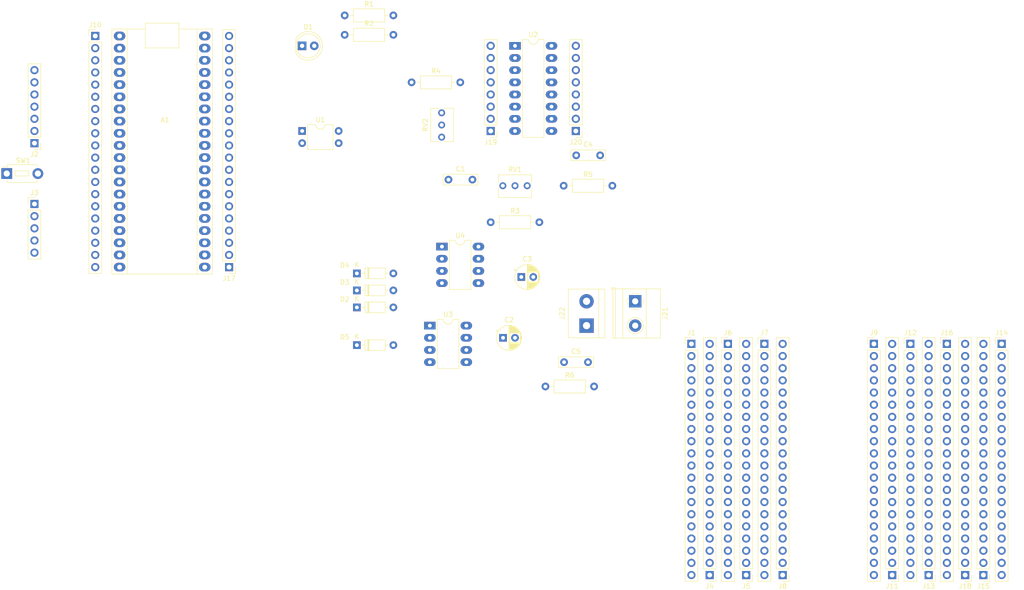
<source format=kicad_pcb>
(kicad_pcb (version 20221018) (generator pcbnew)
  (layers (0 "F.Cu" signal) (31 "B.Cu" signal) (34 "B.Paste" user) (35 "F.Paste" user) (36 "B.SilkS" user "B.Silkscreen") (37 "F.SilkS" user "F.Silkscreen") (38 "B.Mask" user) (39 "F.Mask" user) (44 "Edge.Cuts" user))
  (net 0 "")
  (net 1 "Net-(A1-GP1)")
  (net 2 "GND")
  (net 3 "+5V")
  (net 4 "Net-(A1-GP5)")
  (net 5 "Net-(A1-GP13)")
  (net 6 "Net-(A1-GP16)")
  (net 7 "Net-(A1-GP17)")
  (net 8 "Net-(A1-GP18)")
  (net 9 "Net-(A1-GP19)")
  (net 10 "Net-(A1-GP20)")
  (net 11 "Net-(A1-GP21)")
  (net 12 "Net-(A1-GP22)")
  (net 13 "Net-(A1-RUN)")
  (net 14 "Net-(A1-ADC0{slash}GP26)")
  (net 15 "Net-(A1-ADC1{slash}GP27)")
  (net 16 "Net-(A1-ADC2{slash}GP28)")
  (net 17 "Net-(A1-ADC_VREF)")
  (net 18 "Net-(A1-~{3V3_EN})")
  (net 19 "Net-(A1-VSYS)")
  (net 20 "Net-(A1-GP0)")
  (net 21 "Net-(A1-GP2)")
  (net 22 "Net-(A1-GP3)")
  (net 23 "Net-(A1-GP4)")
  (net 24 "Net-(A1-GP9)")
  (net 25 "Net-(A1-GP10)")
  (net 26 "Net-(A1-GP11)")
  (net 27 "Net-(A1-GP12)")
  (net 28 "Net-(J7-Pin_1)")
  (net 29 "Net-(J7-Pin_2)")
  (net 30 "Net-(J7-Pin_3)")
  (net 31 "Net-(J7-Pin_4)")
  (net 32 "Net-(J7-Pin_5)")
  (net 33 "Net-(J7-Pin_6)")
  (net 34 "Net-(J7-Pin_7)")
  (net 35 "Net-(J7-Pin_8)")
  (net 36 "Net-(J7-Pin_9)")
  (net 37 "Net-(J7-Pin_10)")
  (net 38 "Net-(J7-Pin_11)")
  (net 39 "Net-(J7-Pin_12)")
  (net 40 "Net-(J7-Pin_13)")
  (net 41 "Net-(J7-Pin_14)")
  (net 42 "Net-(J7-Pin_15)")
  (net 43 "Net-(J7-Pin_16)")
  (net 44 "Net-(J7-Pin_17)")
  (net 45 "Net-(J7-Pin_18)")
  (net 46 "Net-(J7-Pin_19)")
  (net 47 "Net-(J7-Pin_20)")
  (net 48 "GNDD")
  (net 49 "+12V")
  (net 52 "Net-(J5-Pin_1)")
  (net 53 "Net-(J5-Pin_2)")
  (net 54 "Net-(J5-Pin_3)")
  (net 55 "Net-(J5-Pin_4)")
  (net 56 "Net-(J5-Pin_5)")
  (net 57 "Net-(J5-Pin_6)")
  (net 58 "Net-(J5-Pin_7)")
  (net 59 "Net-(J5-Pin_8)")
  (net 60 "Net-(J5-Pin_9)")
  (net 61 "Net-(J5-Pin_10)")
  (net 62 "Net-(J5-Pin_11)")
  (net 63 "Net-(J5-Pin_12)")
  (net 64 "Net-(J5-Pin_13)")
  (net 65 "Net-(J5-Pin_14)")
  (net 66 "Net-(J5-Pin_15)")
  (net 67 "Net-(J5-Pin_16)")
  (net 68 "Net-(J5-Pin_17)")
  (net 69 "Net-(J5-Pin_18)")
  (net 70 "Net-(J5-Pin_19)")
  (net 71 "Net-(J5-Pin_20)")
  (net 72 "Net-(U2-R1)")
  (net 73 "Net-(U2-R2)")
  (net 74 "Net-(U2-FOUT)")
  (net 75 "Net-(U2-C1)")
  (net 76 "Net-(U2-C2)")
  (net 77 "Net-(R4-Pad1)")
  (net 78 "Net-(J11-Pin_1)")
  (net 79 "Net-(J11-Pin_2)")
  (net 80 "Net-(J11-Pin_3)")
  (net 81 "Net-(J11-Pin_4)")
  (net 82 "Net-(J11-Pin_5)")
  (net 83 "Net-(J11-Pin_6)")
  (net 84 "Net-(J11-Pin_7)")
  (net 85 "Net-(J11-Pin_8)")
  (net 86 "Net-(J11-Pin_9)")
  (net 87 "Net-(J11-Pin_10)")
  (net 88 "Net-(J11-Pin_11)")
  (net 89 "Net-(J11-Pin_12)")
  (net 90 "Net-(J11-Pin_13)")
  (net 91 "Net-(J11-Pin_14)")
  (net 92 "Net-(J11-Pin_15)")
  (net 93 "Net-(J11-Pin_16)")
  (net 94 "Net-(J11-Pin_17)")
  (net 95 "Net-(J11-Pin_18)")
  (net 96 "Net-(J11-Pin_19)")
  (net 97 "Net-(J11-Pin_20)")
  (net 98 "Net-(U2-Inh)")
  (net 99 "Net-(A1-3V3(OUT))")
  (net 100 "Net-(U2-RefIn)")
  (net 101 "Net-(U2-PC1)")
  (net 102 "Net-(U2-PCP)")
  (net 103 "Net-(U2-VCOin)")
  (net 104 "Net-(U2-SFout)")
  (net 105 "Net-(U2-PC2)")
  (net 106 "Net-(U2-SigIn)")
  (net 107 "Net-(U2-ZOUT)")
  (net 108 "Net-(J21-Pin_2)")
  (net 109 "Net-(A1-GP6)")
  (net 110 "Net-(A1-GP7)")
  (net 111 "Net-(A1-GP8)")
  (net 112 "Net-(A1-GP14)")
  (net 113 "Net-(A1-GP15)")
  (net 114 "Net-(C5-Pad1)")
  (net 115 "Net-(D2-A)")
  (net 116 "Net-(D4-A)")
  (net 117 "Net-(J1-Pin_1)")
  (net 118 "Net-(J1-Pin_2)")
  (net 119 "Net-(J1-Pin_3)")
  (net 120 "Net-(J1-Pin_4)")
  (net 121 "Net-(J1-Pin_5)")
  (net 122 "Net-(J1-Pin_6)")
  (net 123 "Net-(J1-Pin_7)")
  (net 124 "Net-(J1-Pin_8)")
  (net 125 "Net-(J1-Pin_9)")
  (net 126 "Net-(J1-Pin_10)")
  (net 127 "Net-(J1-Pin_11)")
  (net 128 "Net-(J1-Pin_12)")
  (net 129 "Net-(J1-Pin_13)")
  (net 130 "Net-(J1-Pin_14)")
  (net 131 "Net-(J1-Pin_15)")
  (net 132 "Net-(J1-Pin_16)")
  (net 133 "Net-(J1-Pin_17)")
  (net 134 "Net-(J1-Pin_18)")
  (net 135 "Net-(J1-Pin_19)")
  (net 136 "Net-(J1-Pin_20)")
  (net 137 "Net-(J12-Pin_1)")
  (net 138 "Net-(J12-Pin_2)")
  (net 139 "Net-(J12-Pin_3)")
  (net 140 "Net-(J12-Pin_4)")
  (net 141 "Net-(J12-Pin_5)")
  (net 142 "Net-(J12-Pin_6)")
  (net 143 "Net-(J12-Pin_7)")
  (net 144 "Net-(J12-Pin_8)")
  (net 145 "Net-(J12-Pin_9)")
  (net 146 "Net-(J12-Pin_10)")
  (net 147 "Net-(J12-Pin_11)")
  (net 148 "Net-(J12-Pin_12)")
  (net 149 "Net-(J12-Pin_13)")
  (net 150 "Net-(J12-Pin_14)")
  (net 151 "Net-(J12-Pin_15)")
  (net 152 "Net-(J12-Pin_16)")
  (net 153 "Net-(J12-Pin_17)")
  (net 154 "Net-(J12-Pin_18)")
  (net 155 "Net-(J12-Pin_19)")
  (net 156 "Net-(J12-Pin_20)")
  (net 157 "Net-(J14-Pin_1)")
  (net 158 "Net-(J14-Pin_2)")
  (net 159 "Net-(J14-Pin_3)")
  (net 160 "Net-(J14-Pin_4)")
  (net 161 "Net-(J14-Pin_5)")
  (net 162 "Net-(J14-Pin_6)")
  (net 163 "Net-(J14-Pin_7)")
  (net 164 "Net-(J14-Pin_8)")
  (net 165 "Net-(J14-Pin_9)")
  (net 166 "Net-(J14-Pin_10)")
  (net 167 "Net-(J14-Pin_11)")
  (net 168 "Net-(J14-Pin_12)")
  (net 169 "Net-(J14-Pin_13)")
  (net 170 "Net-(J14-Pin_14)")
  (net 171 "Net-(J14-Pin_15)")
  (net 172 "Net-(J14-Pin_16)")
  (net 173 "Net-(J14-Pin_17)")
  (net 174 "Net-(J14-Pin_18)")
  (net 175 "Net-(J14-Pin_19)")
  (net 176 "Net-(J14-Pin_20)")
  (net 177 "Net-(J16-Pin_1)")
  (net 178 "Net-(J16-Pin_2)")
  (net 179 "Net-(J16-Pin_3)")
  (net 180 "Net-(J16-Pin_4)")
  (net 181 "Net-(J16-Pin_5)")
  (net 182 "Net-(J16-Pin_6)")
  (net 183 "Net-(J16-Pin_7)")
  (net 184 "Net-(J16-Pin_8)")
  (net 185 "Net-(J16-Pin_9)")
  (net 186 "Net-(J16-Pin_10)")
  (net 187 "Net-(J16-Pin_11)")
  (net 188 "Net-(J16-Pin_12)")
  (net 189 "Net-(J16-Pin_13)")
  (net 190 "Net-(J16-Pin_14)")
  (net 191 "Net-(J16-Pin_15)")
  (net 192 "Net-(J16-Pin_16)")
  (net 193 "Net-(J16-Pin_17)")
  (net 194 "Net-(J16-Pin_18)")
  (net 195 "Net-(J16-Pin_19)")
  (net 196 "Net-(J16-Pin_20)")
  (net 197 "Net-(R3-Pad1)")
  (net 198 "Net-(D1-Pad1)")
  (footprint "Connector_PinHeader_2.54mm:PinHeader_1x20_P2.54mm_Vertical" (layer "F.Cu") (at 86.35 89.3825 180)
    (fp_text reference "J17" (at 0 -2.33) (layer "F.SilkS"))
    (fp_text value "Conn_01x20")
    (pad "1" thru_hole rect (at 0 0 180) (size 1.7 1.7) (drill 1) (layers "*.Cu" "*.Mask") (net 6 "Net-(A1-GP16)"))
    (pad "2" thru_hole oval (at 0 2.54 180) (size 1.7 1.7) (drill 1) (layers "*.Cu" "*.Mask") (net 7 "Net-(A1-GP17)"))
    (pad "3" thru_hole oval (at 0 5.08 180) (size 1.7 1.7) (drill 1) (layers "*.Cu" "*.Mask") (net 2 "GND"))
    (pad "4" thru_hole oval (at 0 7.62 180) (size 1.7 1.7) (drill 1) (layers "*.Cu" "*.Mask") (net 8 "Net-(A1-GP18)"))
    (pad "5" thru_hole oval (at 0 10.16 180) (size 1.7 1.7) (drill 1) (layers "*.Cu" "*.Mask") (net 9 "Net-(A1-GP19)"))
    (pad "6" thru_hole oval (at 0 12.7 180) (size 1.7 1.7) (drill 1) (layers "*.Cu" "*.Mask") (net 10 "Net-(A1-GP20)"))
    (pad "7" thru_hole oval (at 0 15.24 180) (size 1.7 1.7) (drill 1) (layers "*.Cu" "*.Mask") (net 11 "Net-(A1-GP21)"))
    (pad "8" thru_hole oval (at 0 17.78 180) (size 1.7 1.7) (drill 1) (layers "*.Cu" "*.Mask") (net 2 "GND"))
    (pad "9" thru_hole oval (at 0 20.32 180) (size 1.7 1.7) (drill 1) (layers "*.Cu" "*.Mask") (net 12 "Net-(A1-GP22)"))
    (pad "10" thru_hole oval (at 0 22.86 180) (size 1.7 1.7) (drill 1) (layers "*.Cu" "*.Mask") (net 13 "Net-(A1-RUN)"))
    (pad "11" thru_hole oval (at 0 25.4 180) (size 1.7 1.7) (drill 1) (layers "*.Cu" "*.Mask") (net 14 "Net-(A1-ADC0{slash}GP26)"))
    (pad "12" thru_hole oval (at 0 27.94 180) (size 1.7 1.7) (drill 1) (layers "*.Cu" "*.Mask") (net 15 "Net-(A1-ADC1{slash}GP27)"))
    (pad "13" thru_hole oval (at 0 30.48 180) (size 1.7 1.7) (drill 1) (layers "*.Cu" "*.Mask") (net 2 "GND"))
    (pad "14" thru_hole oval (at 0 33.02 180) (size 1.7 1.7) (drill 1) (layers "*.Cu" "*.Mask") (net 16 "Net-(A1-ADC2{slash}GP28)"))
    (pad "15" thru_hole oval (at 0 35.56 180) (size 1.7 1.7) (drill 1) (layers "*.Cu" "*.Mask") (net 17 "Net-(A1-ADC_VREF)"))
    (pad "16" thru_hole oval (at 0 38.1 180) (size 1.7 1.7) (drill 1) (layers "*.Cu" "*.Mask") (net 99 "Net-(A1-3V3(OUT))"))
    (pad "17" thru_hole oval (at 0 40.64 180) (size 1.7 1.7) (drill 1) (layers "*.Cu" "*.Mask") (net 18 "Net-(A1-~{3V3_EN})"))
    (pad "18" thru_hole oval (at 0 43.18 180) (size 1.7 1.7) (drill 1) (layers "*.Cu" "*.Mask") (net 2 "GND"))
    (pad "19" thru_hole oval (at 0 45.72 180) (size 1.7 1.7) (drill 1) (layers "*.Cu" "*.Mask") (net 19 "Net-(A1-VSYS)"))
    (pad "20" thru_hole oval (at 0 48.26 180) (size 1.7 1.7) (drill 1) (layers "*.Cu" "*.Mask") (net 3 "+5V"))
  )
  (footprint "Diode_THT:D_DO-35_SOD27_P7.62mm_Horizontal" (layer "F.Cu") (at 113.03 97.79)
    (fp_text reference "D2" (at -2.54 -1.7) (layer "F.SilkS"))
    (fp_text value "1N4148")
    (fp_text user "K" (at 0 -1.8) (layer "F.SilkS"))
    (pad "1" thru_hole rect (at 0 0) (size 1.6 1.6) (drill 0.8) (layers "*.Cu" "*.Mask") (net 49 "+12V"))
    (pad "2" thru_hole oval (at 7.62 0) (size 1.6 1.6) (drill 0.8) (layers "*.Cu" "*.Mask") (net 115 "Net-(D2-A)"))
  )
  (footprint "Potentiometer_THT:Potentiometer_Bourns_3266Y_Vertical" (layer "F.Cu") (at 130.735 57.165 90)
    (fp_text reference "RV2" (at -2.54 -3.41 90) (layer "F.SilkS"))
    (fp_text value "R_Potentiometer")
    (pad "1" thru_hole circle (at 0 0 90) (size 1.44 1.44) (drill 0.8) (layers "*.Cu" "*.Mask") (net 77 "Net-(R4-Pad1)"))
    (pad "2" thru_hole circle (at -2.54 0 90) (size 1.44 1.44) (drill 0.8) (layers "*.Cu" "*.Mask") (net 48 "GNDD"))
    (pad "3" thru_hole circle (at -5.08 0 90) (size 1.44 1.44) (drill 0.8) (layers "*.Cu" "*.Mask") (net 48 "GNDD"))
  )
  (footprint "Connector_PinHeader_2.54mm:PinHeader_1x20_P2.54mm_Vertical" (layer "F.Cu") (at 240.03 153.67 180)
    (fp_text reference "J18" (at 0 -2.33) (layer "F.SilkS"))
    (fp_text value "Conn_01x20")
    (pad "1" thru_hole rect (at 0 0 180) (size 1.7 1.7) (drill 1) (layers "*.Cu" "*.Mask") (net 196 "Net-(J16-Pin_20)"))
    (pad "2" thru_hole oval (at 0 2.54 180) (size 1.7 1.7) (drill 1) (layers "*.Cu" "*.Mask") (net 195 "Net-(J16-Pin_19)"))
    (pad "3" thru_hole oval (at 0 5.08 180) (size 1.7 1.7) (drill 1) (layers "*.Cu" "*.Mask") (net 194 "Net-(J16-Pin_18)"))
    (pad "4" thru_hole oval (at 0 7.62 180) (size 1.7 1.7) (drill 1) (layers "*.Cu" "*.Mask") (net 193 "Net-(J16-Pin_17)"))
    (pad "5" thru_hole oval (at 0 10.16 180) (size 1.7 1.7) (drill 1) (layers "*.Cu" "*.Mask") (net 192 "Net-(J16-Pin_16)"))
    (pad "6" thru_hole oval (at 0 12.7 180) (size 1.7 1.7) (drill 1) (layers "*.Cu" "*.Mask") (net 191 "Net-(J16-Pin_15)"))
    (pad "7" thru_hole oval (at 0 15.24 180) (size 1.7 1.7) (drill 1) (layers "*.Cu" "*.Mask") (net 190 "Net-(J16-Pin_14)"))
    (pad "8" thru_hole oval (at 0 17.78 180) (size 1.7 1.7) (drill 1) (layers "*.Cu" "*.Mask") (net 189 "Net-(J16-Pin_13)"))
    (pad "9" thru_hole oval (at 0 20.32 180) (size 1.7 1.7) (drill 1) (layers "*.Cu" "*.Mask") (net 188 "Net-(J16-Pin_12)"))
    (pad "10" thru_hole oval (at 0 22.86 180) (size 1.7 1.7) (drill 1) (layers "*.Cu" "*.Mask") (net 187 "Net-(J16-Pin_11)"))
    (pad "11" thru_hole oval (at 0 25.4 180) (size 1.7 1.7) (drill 1) (layers "*.Cu" "*.Mask") (net 186 "Net-(J16-Pin_10)"))
    (pad "12" thru_hole oval (at 0 27.94 180) (size 1.7 1.7) (drill 1) (layers "*.Cu" "*.Mask") (net 185 "Net-(J16-Pin_9)"))
    (pad "13" thru_hole oval (at 0 30.48 180) (size 1.7 1.7) (drill 1) (layers "*.Cu" "*.Mask") (net 184 "Net-(J16-Pin_8)"))
    (pad "14" thru_hole oval (at 0 33.02 180) (size 1.7 1.7) (drill 1) (layers "*.Cu" "*.Mask") (net 183 "Net-(J16-Pin_7)"))
    (pad "15" thru_hole oval (at 0 35.56 180) (size 1.7 1.7) (drill 1) (layers "*.Cu" "*.Mask") (net 182 "Net-(J16-Pin_6)"))
    (pad "16" thru_hole oval (at 0 38.1 180) (size 1.7 1.7) (drill 1) (layers "*.Cu" "*.Mask") (net 181 "Net-(J16-Pin_5)"))
    (pad "17" thru_hole oval (at 0 40.64 180) (size 1.7 1.7) (drill 1) (layers "*.Cu" "*.Mask") (net 180 "Net-(J16-Pin_4)"))
    (pad "18" thru_hole oval (at 0 43.18 180) (size 1.7 1.7) (drill 1) (layers "*.Cu" "*.Mask") (net 179 "Net-(J16-Pin_3)"))
    (pad "19" thru_hole oval (at 0 45.72 180) (size 1.7 1.7) (drill 1) (layers "*.Cu" "*.Mask") (net 178 "Net-(J16-Pin_2)"))
    (pad "20" thru_hole oval (at 0 48.26 180) (size 1.7 1.7) (drill 1) (layers "*.Cu" "*.Mask") (net 177 "Net-(J16-Pin_1)"))
  )
  (footprint "Capacitor_THT:C_Rect_L7.0mm_W2.0mm_P5.00mm" (layer "F.Cu") (at 132.16 71.12)
    (fp_text reference "C1" (at 2.5 -2.25) (layer "F.SilkS"))
    (fp_text value "C")
    (pad "1" thru_hole circle (at 0 0) (size 1.6 1.6) (drill 0.8) (layers "*.Cu" "*.Mask") (net 75 "Net-(U2-C1)"))
    (pad "2" thru_hole circle (at 5 0) (size 1.6 1.6) (drill 0.8) (layers "*.Cu" "*.Mask") (net 76 "Net-(U2-C2)"))
  )
  (footprint "Diode_THT:D_DO-35_SOD27_P7.62mm_Horizontal" (layer "F.Cu") (at 113.03 90.69)
    (fp_text reference "D4" (at -2.54 -1.7) (layer "F.SilkS"))
    (fp_text value "1N4148")
    (fp_text user "K" (at 0 -1.8) (layer "F.SilkS"))
    (pad "1" thru_hole rect (at 0 0) (size 1.6 1.6) (drill 0.8) (layers "*.Cu" "*.Mask") (net 49 "+12V"))
    (pad "2" thru_hole oval (at 7.62 0) (size 1.6 1.6) (drill 0.8) (layers "*.Cu" "*.Mask") (net 116 "Net-(D4-A)"))
  )
  (footprint "Resistor_THT:R_Axial_DIN0207_L6.3mm_D2.5mm_P10.16mm_Horizontal" (layer "F.Cu") (at 110.49 40.88)
    (fp_text reference "R2" (at 5.08 -2.37) (layer "F.SilkS"))
    (fp_text value "Resistor")
    (pad "1" thru_hole circle (at 0 0) (size 1.6 1.6) (drill 0.8) (layers "*.Cu" "*.Mask") (net 98 "Net-(U2-Inh)"))
    (pad "2" thru_hole oval (at 10.16 0) (size 1.6 1.6) (drill 0.8) (layers "*.Cu" "*.Mask") (net 49 "+12V"))
  )
  (footprint "Resistor_THT:R_Axial_DIN0207_L6.3mm_D2.5mm_P10.16mm_Horizontal" (layer "F.Cu") (at 110.49 36.83)
    (fp_text reference "R1" (at 5.08 -2.37) (layer "F.SilkS"))
    (fp_text value "Resistor")
    (pad "1" thru_hole circle (at 0 0) (size 1.6 1.6) (drill 0.8) (layers "*.Cu" "*.Mask") (net 198 "Net-(D1-Pad1)"))
    (pad "2" thru_hole oval (at 10.16 0) (size 1.6 1.6) (drill 0.8) (layers "*.Cu" "*.Mask") (net 1 "Net-(A1-GP1)"))
  )
  (footprint "Package_DIP:DIP-8_W7.62mm_LongPads" (layer "F.Cu") (at 130.795 85.1)
    (fp_text reference "U4" (at 3.81 -2.33) (layer "F.SilkS"))
    (fp_text value "UCC37322")
    (pad "1" thru_hole rect (at 0 0) (size 2.4 1.6) (drill 0.8) (layers "*.Cu" "*.Mask") (net 49 "+12V"))
    (pad "2" thru_hole oval (at 0 2.54) (size 2.4 1.6) (drill 0.8) (layers "*.Cu" "*.Mask") (net 74 "Net-(U2-FOUT)"))
    (pad "3" thru_hole oval (at 0 5.08) (size 2.4 1.6) (drill 0.8) (layers "*.Cu" "*.Mask") (net 49 "+12V"))
    (pad "4" thru_hole oval (at 0 7.62) (size 2.4 1.6) (drill 0.8) (layers "*.Cu" "*.Mask") (net 48 "GNDD"))
    (pad "5" thru_hole oval (at 7.62 7.62) (size 2.4 1.6) (drill 0.8) (layers "*.Cu" "*.Mask") (net 48 "GNDD"))
    (pad "6" thru_hole oval (at 7.62 5.08) (size 2.4 1.6) (drill 0.8) (layers "*.Cu" "*.Mask") (net 116 "Net-(D4-A)"))
    (pad "7" thru_hole oval (at 7.62 2.54) (size 2.4 1.6) (drill 0.8) (layers "*.Cu" "*.Mask") (net 116 "Net-(D4-A)"))
    (pad "8" thru_hole oval (at 7.62 0) (size 2.4 1.6) (drill 0.8) (layers "*.Cu" "*.Mask") (net 49 "+12V"))
  )
  (footprint "Connector_PinHeader_2.54mm:PinHeader_1x20_P2.54mm_Vertical" (layer "F.Cu") (at 224.79 153.67 180)
    (fp_text reference "J11" (at 0 -2.33) (layer "F.SilkS"))
    (fp_text value "Conn_01x20")
    (pad "1" thru_hole rect (at 0 0 180) (size 1.7 1.7) (drill 1) (layers "*.Cu" "*.Mask") (net 78 "Net-(J11-Pin_1)"))
    (pad "2" thru_hole oval (at 0 2.54 180) (size 1.7 1.7) (drill 1) (layers "*.Cu" "*.Mask") (net 79 "Net-(J11-Pin_2)"))
    (pad "3" thru_hole oval (at 0 5.08 180) (size 1.7 1.7) (drill 1) (layers "*.Cu" "*.Mask") (net 80 "Net-(J11-Pin_3)"))
    (pad "4" thru_hole oval (at 0 7.62 180) (size 1.7 1.7) (drill 1) (layers "*.Cu" "*.Mask") (net 81 "Net-(J11-Pin_4)"))
    (pad "5" thru_hole oval (at 0 10.16 180) (size 1.7 1.7) (drill 1) (layers "*.Cu" "*.Mask") (net 82 "Net-(J11-Pin_5)"))
    (pad "6" thru_hole oval (at 0 12.7 180) (size 1.7 1.7) (drill 1) (layers "*.Cu" "*.Mask") (net 83 "Net-(J11-Pin_6)"))
    (pad "7" thru_hole oval (at 0 15.24 180) (size 1.7 1.7) (drill 1) (layers "*.Cu" "*.Mask") (net 84 "Net-(J11-Pin_7)"))
    (pad "8" thru_hole oval (at 0 17.78 180) (size 1.7 1.7) (drill 1) (layers "*.Cu" "*.Mask") (net 85 "Net-(J11-Pin_8)"))
    (pad "9" thru_hole oval (at 0 20.32 180) (size 1.7 1.7) (drill 1) (layers "*.Cu" "*.Mask") (net 86 "Net-(J11-Pin_9)"))
    (pad "10" thru_hole oval (at 0 22.86 180) (size 1.7 1.7) (drill 1) (layers "*.Cu" "*.Mask") (net 87 "Net-(J11-Pin_10)"))
    (pad "11" thru_hole oval (at 0 25.4 180) (size 1.7 1.7) (drill 1) (layers "*.Cu" "*.Mask") (net 88 "Net-(J11-Pin_11)"))
    (pad "12" thru_hole oval (at 0 27.94 180) (size 1.7 1.7) (drill 1) (layers "*.Cu" "*.Mask") (net 89 "Net-(J11-Pin_12)"))
    (pad "13" thru_hole oval (at 0 30.48 180) (size 1.7 1.7) (drill 1) (layers "*.Cu" "*.Mask") (net 90 "Net-(J11-Pin_13)"))
    (pad "14" thru_hole oval (at 0 33.02 180) (size 1.7 1.7) (drill 1) (layers "*.Cu" "*.Mask") (net 91 "Net-(J11-Pin_14)"))
    (pad "15" thru_hole oval (at 0 35.56 180) (size 1.7 1.7) (drill 1) (layers "*.Cu" "*.Mask") (net 92 "Net-(J11-Pin_15)"))
    (pad "16" thru_hole oval (at 0 38.1 180) (size 1.7 1.7) (drill 1) (layers "*.Cu" "*.Mask") (net 93 "Net-(J11-Pin_16)"))
    (pad "17" thru_hole oval (at 0 40.64 180) (size 1.7 1.7) (drill 1) (layers "*.Cu" "*.Mask") (net 94 "Net-(J11-Pin_17)"))
    (pad "18" thru_hole oval (at 0 43.18 180) (size 1.7 1.7) (drill 1) (layers "*.Cu" "*.Mask") (net 95 "Net-(J11-Pin_18)"))
    (pad "19" thru_hole oval (at 0 45.72 180) (size 1.7 1.7) (drill 1) (layers "*.Cu" "*.Mask") (net 96 "Net-(J11-Pin_19)"))
    (pad "20" thru_hole oval (at 0 48.26 180) (size 1.7 1.7) (drill 1) (layers "*.Cu" "*.Mask") (net 97 "Net-(J11-Pin_20)"))
  )
  (footprint "Connector_PinHeader_2.54mm:PinHeader_1x07_P2.54mm_Vertical" (layer "F.Cu") (at 45.72 63.5 180)
    (fp_text reference "J2" (at 0 -2.33) (layer "F.SilkS"))
    (fp_text value "OLEDdisp")
    (pad "1" thru_hole rect (at 0 0 180) (size 1.7 1.7) (drill 1) (layers "*.Cu" "*.Mask") (net 2 "GND"))
    (pad "2" thru_hole oval (at 0 2.54 180) (size 1.7 1.7) (drill 1) (layers "*.Cu" "*.Mask") (net 3 "+5V"))
    (pad "3" thru_hole oval (at 0 5.08 180) (size 1.7 1.7) (drill 1) (layers "*.Cu" "*.Mask"))
    (pad "4" thru_hole oval (at 0 7.62 180) (size 1.7 1.7) (drill 1) (layers "*.Cu" "*.Mask"))
    (pad "5" thru_hole oval (at 0 10.16 180) (size 1.7 1.7) (drill 1) (layers "*.Cu" "*.Mask") (net 110 "Net-(A1-GP7)"))
    (pad "6" thru_hole oval (at 0 12.7 180) (size 1.7 1.7) (drill 1) (layers "*.Cu" "*.Mask") (net 109 "Net-(A1-GP6)"))
    (pad "7" thru_hole oval (at 0 15.24 180) (size 1.7 1.7) (drill 1) (layers "*.Cu" "*.Mask") (net 4 "Net-(A1-GP5)"))
  )
  (footprint "Connector_PinHeader_2.54mm:PinHeader_1x20_P2.54mm_Vertical" (layer "F.Cu") (at 198.12 105.41)
    (fp_text reference "J7" (at 0 -2.33) (layer "F.SilkS"))
    (fp_text value "Conn_01x20")
    (pad "1" thru_hole rect (at 0 0) (size 1.7 1.7) (drill 1) (layers "*.Cu" "*.Mask") (net 28 "Net-(J7-Pin_1)"))
    (pad "2" thru_hole oval (at 0 2.54) (size 1.7 1.7) (drill 1) (layers "*.Cu" "*.Mask") (net 29 "Net-(J7-Pin_2)"))
    (pad "3" thru_hole oval (at 0 5.08) (size 1.7 1.7) (drill 1) (layers "*.Cu" "*.Mask") (net 30 "Net-(J7-Pin_3)"))
    (pad "4" thru_hole oval (at 0 7.62) (size 1.7 1.7) (drill 1) (layers "*.Cu" "*.Mask") (net 31 "Net-(J7-Pin_4)"))
    (pad "5" thru_hole oval (at 0 10.16) (size 1.7 1.7) (drill 1) (layers "*.Cu" "*.Mask") (net 32 "Net-(J7-Pin_5)"))
    (pad "6" thru_hole oval (at 0 12.7) (size 1.7 1.7) (drill 1) (layers "*.Cu" "*.Mask") (net 33 "Net-(J7-Pin_6)"))
    (pad "7" thru_hole oval (at 0 15.24) (size 1.7 1.7) (drill 1) (layers "*.Cu" "*.Mask") (net 34 "Net-(J7-Pin_7)"))
    (pad "8" thru_hole oval (at 0 17.78) (size 1.7 1.7) (drill 1) (layers "*.Cu" "*.Mask") (net 35 "Net-(J7-Pin_8)"))
    (pad "9" thru_hole oval (at 0 20.32) (size 1.7 1.7) (drill 1) (layers "*.Cu" "*.Mask") (net 36 "Net-(J7-Pin_9)"))
    (pad "10" thru_hole oval (at 0 22.86) (size 1.7 1.7) (drill 1) (layers "*.Cu" "*.Mask") (net 37 "Net-(J7-Pin_10)"))
    (pad "11" thru_hole oval (at 0 25.4) (size 1.7 1.7) (drill 1) (layers "*.Cu" "*.Mask") (net 38 "Net-(J7-Pin_11)"))
    (pad "12" thru_hole oval (at 0 27.94) (size 1.7 1.7) (drill 1) (layers "*.Cu" "*.Mask") (net 39 "Net-(J7-Pin_12)"))
    (pad "13" thru_hole oval (at 0 30.48) (size 1.7 1.7) (drill 1) (layers "*.Cu" "*.Mask") (net 40 "Net-(J7-Pin_13)"))
    (pad "14" thru_hole oval (at 0 33.02) (size 1.7 1.7) (drill 1) (layers "*.Cu" "*.Mask") (net 41 "Net-(J7-Pin_14)"))
    (pad "15" thru_hole oval (at 0 35.56) (size 1.7 1.7) (drill 1) (layers "*.Cu" "*.Mask") (net 42 "Net-(J7-Pin_15)"))
    (pad "16" thru_hole oval (at 0 38.1) (size 1.7 1.7) (drill 1) (layers "*.Cu" "*.Mask") (net 43 "Net-(J7-Pin_16)"))
    (pad "17" thru_hole oval (at 0 40.64) (size 1.7 1.7) (drill 1) (layers "*.Cu" "*.Mask") (net 44 "Net-(J7-Pin_17)"))
    (pad "18" thru_hole oval (at 0 43.18) (size 1.7 1.7) (drill 1) (layers "*.Cu" "*.Mask") (net 45 "Net-(J7-Pin_18)"))
    (pad "19" thru_hole oval (at 0 45.72) (size 1.7 1.7) (drill 1) (layers "*.Cu" "*.Mask") (net 46 "Net-(J7-Pin_19)"))
    (pad "20" thru_hole oval (at 0 48.26) (size 1.7 1.7) (drill 1) (layers "*.Cu" "*.Mask") (net 47 "Net-(J7-Pin_20)"))
  )
  (footprint "Capacitor_THT:CP_Radial_D5.0mm_P2.50mm" (layer "F.Cu") (at 143.55 104.14)
    (fp_text reference "C2" (at 1.25 -3.75) (layer "F.SilkS"))
    (fp_text value "4.7uF_25V")
    (pad "1" thru_hole rect (at 0 0) (size 1.6 1.6) (drill 0.8) (layers "*.Cu" "*.Mask") (net 49 "+12V"))
    (pad "2" thru_hole circle (at 2.5 0) (size 1.6 1.6) (drill 0.8) (layers "*.Cu" "*.Mask") (net 48 "GNDD"))
  )
  (footprint "Connector_PinHeader_2.54mm:PinHeader_1x20_P2.54mm_Vertical" (layer "F.Cu") (at 182.88 105.41)
    (fp_text reference "J1" (at 0 -2.33) (layer "F.SilkS"))
    (fp_text value "Conn_01x20")
    (pad "1" thru_hole rect (at 0 0) (size 1.7 1.7) (drill 1) (layers "*.Cu" "*.Mask") (net 117 "Net-(J1-Pin_1)"))
    (pad "2" thru_hole oval (at 0 2.54) (size 1.7 1.7) (drill 1) (layers "*.Cu" "*.Mask") (net 118 "Net-(J1-Pin_2)"))
    (pad "3" thru_hole oval (at 0 5.08) (size 1.7 1.7) (drill 1) (layers "*.Cu" "*.Mask") (net 119 "Net-(J1-Pin_3)"))
    (pad "4" thru_hole oval (at 0 7.62) (size 1.7 1.7) (drill 1) (layers "*.Cu" "*.Mask") (net 120 "Net-(J1-Pin_4)"))
    (pad "5" thru_hole oval (at 0 10.16) (size 1.7 1.7) (drill 1) (layers "*.Cu" "*.Mask") (net 121 "Net-(J1-Pin_5)"))
    (pad "6" thru_hole oval (at 0 12.7) (size 1.7 1.7) (drill 1) (layers "*.Cu" "*.Mask") (net 122 "Net-(J1-Pin_6)"))
    (pad "7" thru_hole oval (at 0 15.24) (size 1.7 1.7) (drill 1) (layers "*.Cu" "*.Mask") (net 123 "Net-(J1-Pin_7)"))
    (pad "8" thru_hole oval (at 0 17.78) (size 1.7 1.7) (drill 1) (layers "*.Cu" "*.Mask") (net 124 "Net-(J1-Pin_8)"))
    (pad "9" thru_hole oval (at 0 20.32) (size 1.7 1.7) (drill 1) (layers "*.Cu" "*.Mask") (net 125 "Net-(J1-Pin_9)"))
    (pad "10" thru_hole oval (at 0 22.86) (size 1.7 1.7) (drill 1) (layers "*.Cu" "*.Mask") (net 126 "Net-(J1-Pin_10)"))
    (pad "11" thru_hole oval (at 0 25.4) (size 1.7 1.7) (drill 1) (layers "*.Cu" "*.Mask") (net 127 "Net-(J1-Pin_11)"))
    (pad "12" thru_hole oval (at 0 27.94) (size 1.7 1.7) (drill 1) (layers "*.Cu" "*.Mask") (net 128 "Net-(J1-Pin_12)"))
    (pad "13" thru_hole oval (at 0 30.48) (size 1.7 1.7) (drill 1) (layers "*.Cu" "*.Mask") (net 129 "Net-(J1-Pin_13)"))
    (pad "14" thru_hole oval (at 0 33.02) (size 1.7 1.7) (drill 1) (layers "*.Cu" "*.Mask") (net 130 "Net-(J1-Pin_14)"))
    (pad "15" thru_hole oval (at 0 35.56) (size 1.7 1.7) (drill 1) (layers "*.Cu" "*.Mask") (net 131 "Net-(J1-Pin_15)"))
    (pad "16" thru_hole oval (at 0 38.1) (size 1.7 1.7) (drill 1) (layers "*.Cu" "*.Mask") (net 132 "Net-(J1-Pin_16)"))
    (pad "17" thru_hole oval (at 0 40.64) (size 1.7 1.7) (drill 1) (layers "*.Cu" "*.Mask") (net 133 "Net-(J1-Pin_17)"))
    (pad "18" thru_hole oval (at 0 43.18) (size 1.7 1.7) (drill 1) (layers "*.Cu" "*.Mask") (net 134 "Net-(J1-Pin_18)"))
    (pad "19" thru_hole oval (at 0 45.72) (size 1.7 1.7) (drill 1) (layers "*.Cu" "*.Mask") (net 135 "Net-(J1-Pin_19)"))
    (pad "20" thru_hole oval (at 0 48.26) (size 1.7 1.7) (drill 1) (layers "*.Cu" "*.Mask") (net 136 "Net-(J1-Pin_20)"))
  )
  (footprint "Connector_PinHeader_2.54mm:PinHeader_1x20_P2.54mm_Vertical" (layer "F.Cu") (at 220.98 105.41)
    (fp_text reference "J9" (at 0 -2.33) (layer "F.SilkS"))
    (fp_text value "Conn_01x20")
    (pad "1" thru_hole rect (at 0 0) (size 1.7 1.7) (drill 1) (layers "*.Cu" "*.Mask") (net 97 "Net-(J11-Pin_20)"))
    (pad "2" thru_hole oval (at 0 2.54) (size 1.7 1.7) (drill 1) (layers "*.Cu" "*.Mask") (net 96 "Net-(J11-Pin_19)"))
    (pad "3" thru_hole oval (at 0 5.08) (size 1.7 1.7) (drill 1) (layers "*.Cu" "*.Mask") (net 95 "Net-(J11-Pin_18)"))
    (pad "4" thru_hole oval (at 0 7.62) (size 1.7 1.7) (drill 1) (layers "*.Cu" "*.Mask") (net 94 "Net-(J11-Pin_17)"))
    (pad "5" thru_hole oval (at 0 10.16) (size 1.7 1.7) (drill 1) (layers "*.Cu" "*.Mask") (net 93 "Net-(J11-Pin_16)"))
    (pad "6" thru_hole oval (at 0 12.7) (size 1.7 1.7) (drill 1) (layers "*.Cu" "*.Mask") (net 92 "Net-(J11-Pin_15)"))
    (pad "7" thru_hole oval (at 0 15.24) (size 1.7 1.7) (drill 1) (layers "*.Cu" "*.Mask") (net 91 "Net-(J11-Pin_14)"))
    (pad "8" thru_hole oval (at 0 17.78) (size 1.7 1.7) (drill 1) (layers "*.Cu" "*.Mask") (net 90 "Net-(J11-Pin_13)"))
    (pad "9" thru_hole oval (at 0 20.32) (size 1.7 1.7) (drill 1) (layers "*.Cu" "*.Mask") (net 89 "Net-(J11-Pin_12)"))
    (pad "10" thru_hole oval (at 0 22.86) (size 1.7 1.7) (drill 1) (layers "*.Cu" "*.Mask") (net 88 "Net-(J11-Pin_11)"))
    (pad "11" thru_hole oval (at 0 25.4) (size 1.7 1.7) (drill 1) (layers "*.Cu" "*.Mask") (net 87 "Net-(J11-Pin_10)"))
    (pad "12" thru_hole oval (at 0 27.94) (size 1.7 1.7) (drill 1) (layers "*.Cu" "*.Mask") (net 86 "Net-(J11-Pin_9)"))
    (pad "13" thru_hole oval (at 0 30.48) (size 1.7 1.7) (drill 1) (layers "*.Cu" "*.Mask") (net 85 "Net-(J11-Pin_8)"))
    (pad "14" thru_hole oval (at 0 33.02) (size 1.7 1.7) (drill 1) (layers "*.Cu" "*.Mask") (net 84 "Net-(J11-Pin_7)"))
    (pad "15" thru_hole oval (at 0 35.56) (size 1.7 1.7) (drill 1) (layers "*.Cu" "*.Mask") (net 83 "Net-(J11-Pin_6)"))
    (pad "16" thru_hole oval (at 0 38.1) (size 1.7 1.7) (drill 1) (layers "*.Cu" "*.Mask") (net 82 "Net-(J11-Pin_5)"))
    (pad "17" thru_hole oval (at 0 40.64) (size 1.7 1.7) (drill 1) (layers "*.Cu" "*.Mask") (net 81 "Net-(J11-Pin_4)"))
    (pad "18" thru_hole oval (at 0 43.18) (size 1.7 1.7) (drill 1) (layers "*.Cu" "*.Mask") (net 80 "Net-(J11-Pin_3)"))
    (pad "19" thru_hole oval (at 0 45.72) (size 1.7 1.7) (drill 1) (layers "*.Cu" "*.Mask") (net 79 "Net-(J11-Pin_2)"))
    (pad "20" thru_hole oval (at 0 48.26) (size 1.7 1.7) (drill 1) (layers "*.Cu" "*.Mask") (net 78 "Net-(J11-Pin_1)"))
  )
  (footprint "Connector_PinHeader_2.54mm:PinHeader_1x20_P2.54mm_Vertical" (layer "F.Cu") (at 243.84 153.67 180)
    (fp_text reference "J15" (at 0 -2.33) (layer "F.SilkS"))
    (fp_text value "Conn_01x20")
    (pad "1" thru_hole rect (at 0 0 180) (size 1.7 1.7) (drill 1) (layers "*.Cu" "*.Mask") (net 176 "Net-(J14-Pin_20)"))
    (pad "2" thru_hole oval (at 0 2.54 180) (size 1.7 1.7) (drill 1) (layers "*.Cu" "*.Mask") (net 175 "Net-(J14-Pin_19)"))
    (pad "3" thru_hole oval (at 0 5.08 180) (size 1.7 1.7) (drill 1) (layers "*.Cu" "*.Mask") (net 174 "Net-(J14-Pin_18)"))
    (pad "4" thru_hole oval (at 0 7.62 180) (size 1.7 1.7) (drill 1) (layers "*.Cu" "*.Mask") (net 173 "Net-(J14-Pin_17)"))
    (pad "5" thru_hole oval (at 0 10.16 180) (size 1.7 1.7) (drill 1) (layers "*.Cu" "*.Mask") (net 172 "Net-(J14-Pin_16)"))
    (pad "6" thru_hole oval (at 0 12.7 180) (size 1.7 1.7) (drill 1) (layers "*.Cu" "*.Mask") (net 171 "Net-(J14-Pin_15)"))
    (pad "7" thru_hole oval (at 0 15.24 180) (size 1.7 1.7) (drill 1) (layers "*.Cu" "*.Mask") (net 170 "Net-(J14-Pin_14)"))
    (pad "8" thru_hole oval (at 0 17.78 180) (size 1.7 1.7) (drill 1) (layers "*.Cu" "*.Mask") (net 169 "Net-(J14-Pin_13)"))
    (pad "9" thru_hole oval (at 0 20.32 180) (size 1.7 1.7) (drill 1) (layers "*.Cu" "*.Mask") (net 168 "Net-(J14-Pin_12)"))
    (pad "10" thru_hole oval (at 0 22.86 180) (size 1.7 1.7) (drill 1) (layers "*.Cu" "*.Mask") (net 167 "Net-(J14-Pin_11)"))
    (pad "11" thru_hole oval (at 0 25.4 180) (size 1.7 1.7) (drill 1) (layers "*.Cu" "*.Mask") (net 166 "Net-(J14-Pin_10)"))
    (pad "12" thru_hole oval (at 0 27.94 180) (size 1.7 1.7) (drill 1) (layers "*.Cu" "*.Mask") (net 165 "Net-(J14-Pin_9)"))
    (pad "13" thru_hole oval (at 0 30.48 180) (size 1.7 1.7) (drill 1) (layers "*.Cu" "*.Mask") (net 164 "Net-(J14-Pin_8)"))
    (pad "14" thru_hole oval (at 0 33.02 180) (size 1.7 1.7) (drill 1) (layers "*.Cu" "*.Mask") (net 163 "Net-(J14-Pin_7)"))
    (pad "15" thru_hole oval (at 0 35.56 180) (size 1.7 1.7) (drill 1) (layers "*.Cu" "*.Mask") (net 162 "Net-(J14-Pin_6)"))
    (pad "16" thru_hole oval (at 0 38.1 180) (size 1.7 1.7) (drill 1) (layers "*.Cu" "*.Mask") (net 161 "Net-(J14-Pin_5)"))
    (pad "17" thru_hole oval (at 0 40.64 180) (size 1.7 1.7) (drill 1) (layers "*.Cu" "*.Mask") (net 160 "Net-(J14-Pin_4)"))
    (pad "18" thru_hole oval (at 0 43.18 180) (size 1.7 1.7) (drill 1) (layers "*.Cu" "*.Mask") (net 159 "Net-(J14-Pin_3)"))
    (pad "19" thru_hole oval (at 0 45.72 180) (size 1.7 1.7) (drill 1) (layers "*.Cu" "*.Mask") (net 158 "Net-(J14-Pin_2)"))
    (pad "20" thru_hole oval (at 0 48.26 180) (size 1.7 1.7) (drill 1) (layers "*.Cu" "*.Mask") (net 157 "Net-(J14-Pin_1)"))
  )
  (footprint "TerminalBlock:TerminalBlock_bornier-2_P5.08mm" (layer "F.Cu") (at 160.985 101.595 90)
    (fp_text reference "J22" (at 2.54 -5.08 90) (layer "F.SilkS"))
    (fp_text value "Screw_Terminal_01x02")
    (pad "1" thru_hole rect (at 0 0 90) (size 3 3) (drill 1.52) (layers "*.Cu" "*.Mask") (net 108 "Net-(J21-Pin_2)"))
    (pad "2" thru_hole circle (at 5.08 0 90) (size 3 3) (drill 1.52) (layers "*.Cu" "*.Mask") (net 116 "Net-(D4-A)"))
  )
  (footprint "Capacitor_THT:C_Rect_L7.0mm_W2.0mm_P5.00mm" (layer "F.Cu") (at 158.83 66.04)
    (fp_text reference "C4" (at 2.5 -2.25) (layer "F.SilkS"))
    (fp_text value "C")
    (pad "1" thru_hole circle (at 0 0) (size 1.6 1.6) (drill 0.8) (layers "*.Cu" "*.Mask") (net 48 "GNDD"))
    (pad "2" thru_hole circle (at 5 0) (size 1.6 1.6) (drill 0.8) (layers "*.Cu" "*.Mask") (net 103 "Net-(U2-VCOin)"))
  )
  (footprint "Connector_PinHeader_2.54mm:PinHeader_1x20_P2.54mm_Vertical" (layer "F.Cu") (at 201.93 153.67 180)
    (fp_text reference "J8" (at 0 -2.33) (layer "F.SilkS"))
    (fp_text value "Conn_01x20")
    (pad "1" thru_hole rect (at 0 0 180) (size 1.7 1.7) (drill 1) (layers "*.Cu" "*.Mask") (net 47 "Net-(J7-Pin_20)"))
    (pad "2" thru_hole oval (at 0 2.54 180) (size 1.7 1.7) (drill 1) (layers "*.Cu" "*.Mask") (net 46 "Net-(J7-Pin_19)"))
    (pad "3" thru_hole oval (at 0 5.08 180) (size 1.7 1.7) (drill 1) (layers "*.Cu" "*.Mask") (net 45 "Net-(J7-Pin_18)"))
    (pad "4" thru_hole oval (at 0 7.62 180) (size 1.7 1.7) (drill 1) (layers "*.Cu" "*.Mask") (net 44 "Net-(J7-Pin_17)"))
    (pad "5" thru_hole oval (at 0 10.16 180) (size 1.7 1.7) (drill 1) (layers "*.Cu" "*.Mask") (net 43 "Net-(J7-Pin_16)"))
    (pad "6" thru_hole oval (at 0 12.7 180) (size 1.7 1.7) (drill 1) (layers "*.Cu" "*.Mask") (net 42 "Net-(J7-Pin_15)"))
    (pad "7" thru_hole oval (at 0 15.24 180) (size 1.7 1.7) (drill 1) (layers "*.Cu" "*.Mask") (net 41 "Net-(J7-Pin_14)"))
    (pad "8" thru_hole oval (at 0 17.78 180) (size 1.7 1.7) (drill 1) (layers "*.Cu" "*.Mask") (net 40 "Net-(J7-Pin_13)"))
    (pad "9" thru_hole oval (at 0 20.32 180) (size 1.7 1.7) (drill 1) (layers "*.Cu" "*.Mask") (net 39 "Net-(J7-Pin_12)"))
    (pad "10" thru_hole oval (at 0 22.86 180) (size 1.7 1.7) (drill 1) (layers "*.Cu" "*.Mask") (net 38 "Net-(J7-Pin_11)"))
    (pad "11" thru_hole oval (at 0 25.4 180) (size 1.7 1.7) (drill 1) (layers "*.Cu" "*.Mask") (net 37 "Net-(J7-Pin_10)"))
    (pad "12" thru_hole oval (at 0 27.94 180) (size 1.7 1.7) (drill 1) (layers "*.Cu" "*.Mask") (net 36 "Net-(J7-Pin_9)"))
    (pad "13" thru_hole oval (at 0 30.48 180) (size 1.7 1.7) (drill 1) (layers "*.Cu" "*.Mask") (net 35 "Net-(J7-Pin_8)"))
    (pad "14" thru_hole oval (at 0 33.02 180) (size 1.7 1.7) (drill 1) (layers "*.Cu" "*.Mask") (net 34 "Net-(J7-Pin_7)"))
    (pad "15" thru_hole oval (at 0 35.56 180) (size 1.7 1.7) (drill 1) (layers "*.Cu" "*.Mask") (net 33 "Net-(J7-Pin_6)"))
    (pad "16" thru_hole oval (at 0 38.1 180) (size 1.7 1.7) (drill 1) (layers "*.Cu" "*.Mask") (net 32 "Net-(J7-Pin_5)"))
    (pad "17" thru_hole oval (at 0 40.64 180) (size 1.7 1.7) (drill 1) (layers "*.Cu" "*.Mask") (net 31 "Net-(J7-Pin_4)"))
    (pad "18" thru_hole oval (at 0 43.18 180) (size 1.7 1.7) (drill 1) (layers "*.Cu" "*.Mask") (net 30 "Net-(J7-Pin_3)"))
    (pad "19" thru_hole oval (at 0 45.72 180) (size 1.7 1.7) (drill 1) (layers "*.Cu" "*.Mask") (net 29 "Net-(J7-Pin_2)"))
    (pad "20" thru_hole oval (at 0 48.26 180) (size 1.7 1.7) (drill 1) (layers "*.Cu" "*.Mask") (net 28 "Net-(J7-Pin_1)"))
  )
  (footprint "Connector_PinHeader_2.54mm:PinHeader_1x20_P2.54mm_Vertical" (layer "F.Cu") (at 236.22 105.41)
    (fp_text reference "J16" (at 0 -2.33) (layer "F.SilkS"))
    (fp_text value "Conn_01x20")
    (pad "1" thru_hole rect (at 0 0) (size 1.7 1.7) (drill 1) (layers "*.Cu" "*.Mask") (net 177 "Net-(J16-Pin_1)"))
    (pad "2" thru_hole oval (at 0 2.54) (size 1.7 1.7) (drill 1) (layers "*.Cu" "*.Mask") (net 178 "Net-(J16-Pin_2)"))
    (pad "3" thru_hole oval (at 0 5.08) (size 1.7 1.7) (drill 1) (layers "*.Cu" "*.Mask") (net 179 "Net-(J16-Pin_3)"))
    (pad "4" thru_hole oval (at 0 7.62) (size 1.7 1.7) (drill 1) (layers "*.Cu" "*.Mask") (net 180 "Net-(J16-Pin_4)"))
    (pad "5" thru_hole oval (at 0 10.16) (size 1.7 1.7) (drill 1) (layers "*.Cu" "*.Mask") (net 181 "Net-(J16-Pin_5)"))
    (pad "6" thru_hole oval (at 0 12.7) (size 1.7 1.7) (drill 1) (layers "*.Cu" "*.Mask") (net 182 "Net-(J16-Pin_6)"))
    (pad "7" thru_hole oval (at 0 15.24) (size 1.7 1.7) (drill 1) (layers "*.Cu" "*.Mask") (net 183 "Net-(J16-Pin_7)"))
    (pad "8" thru_hole oval (at 0 17.78) (size 1.7 1.7) (drill 1) (layers "*.Cu" "*.Mask") (net 184 "Net-(J16-Pin_8)"))
    (pad "9" thru_hole oval (at 0 20.32) (size 1.7 1.7) (drill 1) (layers "*.Cu" "*.Mask") (net 185 "Net-(J16-Pin_9)"))
    (pad "10" thru_hole oval (at 0 22.86) (size 1.7 1.7) (drill 1) (layers "*.Cu" "*.Mask") (net 186 "Net-(J16-Pin_10)"))
    (pad "11" thru_hole oval (at 0 25.4) (size 1.7 1.7) (drill 1) (layers "*.Cu" "*.Mask") (net 187 "Net-(J16-Pin_11)"))
    (pad "12" thru_hole oval (at 0 27.94) (size 1.7 1.7) (drill 1) (layers "*.Cu" "*.Mask") (net 188 "Net-(J16-Pin_12)"))
    (pad "13" thru_hole oval (at 0 30.48) (size 1.7 1.7) (drill 1) (layers "*.Cu" "*.Mask") (net 189 "Net-(J16-Pin_13)"))
    (pad "14" thru_hole oval (at 0 33.02) (size 1.7 1.7) (drill 1) (layers "*.Cu" "*.Mask") (net 190 "Net-(J16-Pin_14)"))
    (pad "15" thru_hole oval (at 0 35.56) (size 1.7 1.7) (drill 1) (layers "*.Cu" "*.Mask") (net 191 "Net-(J16-Pin_15)"))
    (pad "16" thru_hole oval (at 0 38.1) (size 1.7 1.7) (drill 1) (layers "*.Cu" "*.Mask") (net 192 "Net-(J16-Pin_16)"))
    (pad "17" thru_hole oval (at 0 40.64) (size 1.7 1.7) (drill 1) (layers "*.Cu" "*.Mask") (net 193 "Net-(J16-Pin_17)"))
    (pad "18" thru_hole oval (at 0 43.18) (size 1.7 1.7) (drill 1) (layers "*.Cu" "*.Mask") (net 194 "Net-(J16-Pin_18)"))
    (pad "19" thru_hole oval (at 0 45.72) (size 1.7 1.7) (drill 1) (layers "*.Cu" "*.Mask") (net 195 "Net-(J16-Pin_19)"))
    (pad "20" thru_hole oval (at 0 48.26) (size 1.7 1.7) (drill 1) (layers "*.Cu" "*.Mask") (net 196 "Net-(J16-Pin_20)"))
  )
  (footprint "Connector_PinHeader_2.54mm:PinHeader_1x20_P2.54mm_Vertical" (layer "F.Cu") (at 247.65 105.41)
    (fp_text reference "J14" (at 0 -2.33) (layer "F.SilkS"))
    (fp_text value "Conn_01x20")
    (pad "1" thru_hole rect (at 0 0) (size 1.7 1.7) (drill 1) (layers "*.Cu" "*.Mask") (net 157 "Net-(J14-Pin_1)"))
    (pad "2" thru_hole oval (at 0 2.54) (size 1.7 1.7) (drill 1) (layers "*.Cu" "*.Mask") (net 158 "Net-(J14-Pin_2)"))
    (pad "3" thru_hole oval (at 0 5.08) (size 1.7 1.7) (drill 1) (layers "*.Cu" "*.Mask") (net 159 "Net-(J14-Pin_3)"))
    (pad "4" thru_hole oval (at 0 7.62) (size 1.7 1.7) (drill 1) (layers "*.Cu" "*.Mask") (net 160 "Net-(J14-Pin_4)"))
    (pad "5" thru_hole oval (at 0 10.16) (size 1.7 1.7) (drill 1) (layers "*.Cu" "*.Mask") (net 161 "Net-(J14-Pin_5)"))
    (pad "6" thru_hole oval (at 0 12.7) (size 1.7 1.7) (drill 1) (layers "*.Cu" "*.Mask") (net 162 "Net-(J14-Pin_6)"))
    (pad "7" thru_hole oval (at 0 15.24) (size 1.7 1.7) (drill 1) (layers "*.Cu" "*.Mask") (net 163 "Net-(J14-Pin_7)"))
    (pad "8" thru_hole oval (at 0 17.78) (size 1.7 1.7) (drill 1) (layers "*.Cu" "*.Mask") (net 164 "Net-(J14-Pin_8)"))
    (pad "9" thru_hole oval (at 0 20.32) (size 1.7 1.7) (drill 1) (layers "*.Cu" "*.Mask") (net 165 "Net-(J14-Pin_9)"))
    (pad "10" thru_hole oval (at 0 22.86) (size 1.7 1.7) (drill 1) (layers "*.Cu" "*.Mask") (net 166 "Net-(J14-Pin_10)"))
    (pad "11" thru_hole oval (at 0 25.4) (size 1.7 1.7) (drill 1) (layers "*.Cu" "*.Mask") (net 167 "Net-(J14-Pin_11)"))
    (pad "12" thru_hole oval (at 0 27.94) (size 1.7 1.7) (drill 1) (layers "*.Cu" "*.Mask") (net 168 "Net-(J14-Pin_12)"))
    (pad "13" thru_hole oval (at 0 30.48) (size 1.7 1.7) (drill 1) (layers "*.Cu" "*.Mask") (net 169 "Net-(J14-Pin_13)"))
    (pad "14" thru_hole oval (at 0 33.02) (size 1.7 1.7) (drill 1) (layers "*.Cu" "*.Mask") (net 170 "Net-(J14-Pin_14)"))
    (pad "15" thru_hole oval (at 0 35.56) (size 1.7 1.7) (drill 1) (layers "*.Cu" "*.Mask") (net 171 "Net-(J14-Pin_15)"))
    (pad "16" thru_hole oval (at 0 38.1) (size 1.7 1.7) (drill 1) (layers "*.Cu" "*.Mask") (net 172 "Net-(J14-Pin_16)"))
    (pad "17" thru_hole oval (at 0 40.64) (size 1.7 1.7) (drill 1) (layers "*.Cu" "*.Mask") (net 173 "Net-(J14-Pin_17)"))
    (pad "18" thru_hole oval (at 0 43.18) (size 1.7 1.7) (drill 1) (layers "*.Cu" "*.Mask") (net 174 "Net-(J14-Pin_18)"))
    (pad "19" thru_hole oval (at 0 45.72) (size 1.7 1.7) (drill 1) (layers "*.Cu" "*.Mask") (net 175 "Net-(J14-Pin_19)"))
    (pad "20" thru_hole oval (at 0 48.26) (size 1.7 1.7) (drill 1) (layers "*.Cu" "*.Mask") (net 176 "Net-(J14-Pin_20)"))
  )
  (footprint "Connector_PinHeader_2.54mm:PinHeader_1x05_P2.54mm_Vertical" (layer "F.Cu") (at 45.72 76.2)
    (fp_text reference "J3" (at 0 -2.33) (layer "F.SilkS"))
    (fp_text value "Rotencoder")
    (pad "1" thru_hole rect (at 0 0) (size 1.7 1.7) (drill 1) (layers "*.Cu" "*.Mask") (net 2 "GND"))
    (pad "2" thru_hole oval (at 0 2.54) (size 1.7 1.7) (drill 1) (layers "*.Cu" "*.Mask") (net 3 "+5V"))
    (pad "3" thru_hole oval (at 0 5.08) (size 1.7 1.7) (drill 1) (layers "*.Cu" "*.Mask") (net 5 "Net-(A1-GP13)"))
    (pad "4" thru_hole oval (at 0 7.62) (size 1.7 1.7) (drill 1) (layers "*.Cu" "*.Mask") (net 113 "Net-(A1-GP15)"))
    (pad "5" thru_hole oval (at 0 10.16) (size 1.7 1.7) (drill 1) (layers "*.Cu" "*.Mask") (net 112 "Net-(A1-GP14)"))
  )
  (footprint "Package_DIP:DIP-16_W7.62mm_LongPads" (layer "F.Cu") (at 146.05 43.18)
    (fp_text reference "U2" (at 3.81 -2.33) (layer "F.SilkS"))
    (fp_text value "4046")
    (pad "1" thru_hole rect (at 0 0) (size 2.4 1.6) (drill 0.8) (layers "*.Cu" "*.Mask") (net 102 "Net-(U2-PCP)"))
    (pad "2" thru_hole oval (at 0 2.54) (size 2.4 1.6) (drill 0.8) (layers "*.Cu" "*.Mask") (net 101 "Net-(U2-PC1)"))
    (pad "3" thru_hole oval (at 0 5.08) (size 2.4 1.6) (drill 0.8) (layers "*.Cu" "*.Mask") (net 100 "Net-(U2-RefIn)"))
    (pad "4" thru_hole oval (at 0 7.62) (size 2.4 1.6) (drill 0.8) (layers "*.Cu" "*.Mask") (net 74 "Net-(U2-FOUT)"))
    (pad "5" thru_hole oval (at 0 10.16) (size 2.4 1.6) (drill 0.8) (layers "*.Cu" "*.Mask") (net 98 "Net-(U2-Inh)"))
    (pad "6" thru_hole oval (at 0 12.7) (size 2.4 1.6) (drill 0.8) (layers "*.Cu" "*.Mask") (net 75 "Net-(U2-C1)"))
    (pad "7" thru_hole oval (at 0 15.24) (size 2.4 1.6) (drill 0.8) (layers "*.Cu" "*.Mask") (net 76 "Net-(U2-C2)"))
    (pad "8" thru_hole oval (at 0 17.78) (size 2.4 1.6) (drill 0.8) (layers "*.Cu" "*.Mask") (net 48 "GNDD"))
    (pad "9" thru_hole oval (at 7.62 17.78) (size 2.4 1.6) (drill 0.8) (layers "*.Cu" "*.Mask") (net 103 "Net-(U2-VCOin)"))
    (pad "10" thru_hole oval (at 7.62 15.24) (size 2.4 1.6) (drill 0.8) (layers "*.Cu" "*.Mask") (net 104 "Net-(U2-SFout)"))
    (pad "11" thru_hole oval (at 7.62 12.7) (size 2.4 1.6) (drill 0.8) (layers "*.Cu" "*.Mask") (net 72 "Net-(U2-R1)"))
    (pad "12" thru_hole oval (at 7.62 10.16) (size 2.4 1.6) (drill 0.8) (layers "*.Cu" "*.Mask") (net 73 "Net-(U2-R2)"))
    (pad "13" thru_hole oval (at 7.62 7.62) (size 2.4 1.6) (drill 0.8) (layers "*.Cu" "*.Mask") (net 105 "Net-(U2-PC2)"))
    (pad "14" thru_hole oval (at 7.62 5.08) (size 2.4 1.6) (drill 0.8) (layers "*.Cu" "*.Mask") (net 106 "Net-(U2-SigIn)"))
    (pad "15" thru_hole oval (at 7.62 2.54) (size 2.4 1.6) (drill 0.8) (layers "*.Cu" "*.Mask") (net 107 "Net-(U2-ZOUT)"))
    (pad "16" thru_hole oval (at 7.62 0) (size 2.4 1.6) (drill 0.8) (layers "*.Cu" "*.Mask") (net 49 "+12V"))
  )
  (footprint "Diode_THT:D_DO-35_SOD27_P7.62mm_Horizontal" (layer "F.Cu") (at 113.03 94.24)
    (fp_text reference "D3" (at -2.54 -1.7) (layer "F.SilkS"))
    (fp_text value "1N4148")
    (fp_text user "K" (at 0 -1.8) (layer "F.SilkS"))
    (pad "1" thru_hole rect (at 0 0) (size 1.6 1.6) (drill 0.8) (layers "*.Cu" "*.Mask") (net 115 "Net-(D2-A)"))
    (pad "2" thru_hole oval (at 7.62 0) (size 1.6 1.6) (drill 0.8) (layers "*.Cu" "*.Mask") (net 48 "GNDD"))
  )
  (footprint "Connector_PinHeader_2.54mm:PinHeader_1x20_P2.54mm_Vertical" (layer "F.Cu") (at 58.41 41.1225)
    (fp_text reference "J10" (at 0 -2.33) (layer "F.SilkS"))
    (fp_text value "Conn_01x20")
    (pad "1" thru_hole rect (at 0 0) (size 1.7 1.7) (drill 1) (layers "*.Cu" "*.Mask") (net 20 "Net-(A1-GP0)"))
    (pad "2" thru_hole oval (at 0 2.54) (size 1.7 1.7) (drill 1) (layers "*.Cu" "*.Mask") (net 1 "Net-(A1-GP1)"))
    (pad "3" thru_hole oval (at 0 5.08) (size 1.7 1.7) (drill 1) (layers "*.Cu" "*.Mask") (net 2 "GND"))
    (pad "4" thru_hole oval (at 0 7.62) (size 1.7 1.7) (drill 1) (layers "*.Cu" "*.Mask") (net 21 "Net-(A1-GP2)"))
    (pad "5" thru_hole oval (at 0 10.16) (size 1.7 1.7) (drill 1) (layers "*.Cu" "*.Mask") (net 22 "Net-(A1-GP3)"))
    (pad "6" thru_hole oval (at 0 12.7) (size 1.7 1.7) (drill 1) (layers "*.Cu" "*.Mask") (net 23 "Net-(A1-GP4)"))
    (pad "7" thru_hole oval (at 0 15.24) (size 1.7 1.7) (drill 1) (layers "*.Cu" "*.Mask") (net 4 "Net-(A1-GP5)"))
    (pad "8" thru_hole oval (at 0 17.78) (size 1.7 1.7) (drill 1) (layers "*.Cu" "*.Mask") (net 2 "GND"))
    (pad "9" thru_hole oval (at 0 20.32) (size 1.7 1.7) (drill 1) (layers "*.Cu" "*.Mask") (net 109 "Net-(A1-GP6)"))
    (pad "10" thru_hole oval (at 0 22.86) (size 1.7 1.7) (drill 1) (layers "*.Cu" "*.Mask") (net 110 "Net-(A1-GP7)"))
    (pad "11" thru_hole oval (at 0 25.4) (size 1.7 1.7) (drill 1) (layers "*.Cu" "*.Mask") (net 111 "Net-(A1-GP8)"))
    (pad "12" thru_hole oval (at 0 27.94) (size 1.7 1.7) (drill 1) (layers "*.Cu" "*.Mask") (net 24 "Net-(A1-GP9)"))
    (pad "13" thru_hole oval (at 0 30.48) (size 1.7 1.7) (drill 1) (layers "*.Cu" "*.Mask") (net 2 "GND"))
    (pad "14" thru_hole oval (at 0 33.02) (size 1.7 1.7) (drill 1) (layers "*.Cu" "*.Mask") (net 25 "Net-(A1-GP10)"))
    (pad "15" thru_hole oval (at 0 35.56) (size 1.7 1.7) (drill 1) (layers "*.Cu" "*.Mask") (net 26 "Net-(A1-GP11)"))
    (pad "16" thru_hole oval (at 0 38.1) (size 1.7 1.7) (drill 1) (layers "*.Cu" "*.Mask") (net 27 "Net-(A1-GP12)"))
    (pad "17" thru_hole oval (at 0 40.64) (size 1.7 1.7) (drill 1) (layers "*.Cu" "*.Mask") (net 5 "Net-(A1-GP13)"))
    (pad "18" thru_hole oval (at 0 43.18) (size 1.7 1.7) (drill 1) (layers "*.Cu" "*.Mask") (net 2 "GND"))
    (pad "19" thru_hole oval (at 0 45.72) (size 1.7 1.7) (drill 1) (layers "*.Cu" "*.Mask") (net 112 "Net-(A1-GP14)"))
    (pad "20" thru_hole oval (at 0 48.26) (size 1.7 1.7) (drill 1) (layers "*.Cu" "*.Mask") (net 113 "Net-(A1-GP15)"))
  )
  (footprint "LED_THT:LED_D5.0mm" (layer "F.Cu") (at 101.6 43.18)
    (fp_text reference "D1" (at 1.27 -3.96) (layer "F.SilkS"))
    (fp_text value "LED")
    (pad "1" thru_hole rect (at 0 0) (size 1.8 1.8) (drill 0.9) (layers "*.Cu" "*.Mask") (net 198 "Net-(D1-Pad1)"))
    (pad "2" thru_hole circle (at 2.54 0) (size 1.8 1.8) (drill 0.9) (layers "*.Cu" "*.Mask") (net 3 "+5V"))
  )
  (footprint "Button_Switch_THT:SW_PUSH_1P1T_6x3.5mm_H4.3_APEM_MJTP1243" (layer "F.Cu") (at 39.93 69.85)
    (fp_text reference "SW1" (at 3.42 -2.7) (layer "F.SilkS"))
    (fp_text value "Push_Button")
    (pad "1" thru_hole rect (at 0 0 90) (size 2.25 2.25) (drill 1.3) (layers "*.Cu" "*.Mask") (net 2 "GND"))
    (pad "2" thru_hole circle (at 6.5 0 90) (size 2.25 2.25) (drill 1.3) (layers "*.Cu" "*.Mask") (net 111 "Net-(A1-GP8)"))
  )
  (footprint "Connector_PinHeader_2.54mm:PinHeader_1x20_P2.54mm_Vertical" (layer "F.Cu") (at 232.41 153.67 180)
    (fp_text reference "J13" (at 0 -2.33) (layer "F.SilkS"))
    (fp_text value "Conn_01x20")
    (pad "1" thru_hole rect (at 0 0 180) (size 1.7 1.7) (drill 1) (layers "*.Cu" "*.Mask") (net 156 "Net-(J12-Pin_20)"))
    (pad "2" thru_hole oval (at 0 2.54 180) (size 1.7 1.7) (drill 1) (layers "*.Cu" "*.Mask") (net 155 "Net-(J12-Pin_19)"))
    (pad "3" thru_hole oval (at 0 5.08 180) (size 1.7 1.7) (drill 1) (layers "*.Cu" "*.Mask") (net 154 "Net-(J12-Pin_18)"))
    (pad "4" thru_hole oval (at 0 7.62 180) (size 1.7 1.7) (drill 1) (layers "*.Cu" "*.Mask") (net 153 "Net-(J12-Pin_17)"))
    (pad "5" thru_hole oval (at 0 10.16 180) (size 1.7 1.7) (drill 1) (layers "*.Cu" "*.Mask") (net 152 "Net-(J12-Pin_16)"))
    (pad "6" thru_hole oval (at 0 12.7 180) (size 1.7 1.7) (drill 1) (layers "*.Cu" "*.Mask") (net 151 "Net-(J12-Pin_15)"))
    (pad "7" thru_hole oval (at 0 15.24 180) (size 1.7 1.7) (drill 1) (layers "*.Cu" "*.Mask") (net 150 "Net-(J12-Pin_14)"))
    (pad "8" thru_hole oval (at 0 17.78 180) (size 1.7 1.7) (drill 1) (layers "*.Cu" "*.Mask") (net 149 "Net-(J12-Pin_13)"))
    (pad "9" thru_hole oval (at 0 20.32 180) (size 1.7 1.7) (drill 1) (layers "*.Cu" "*.Mask") (net 148 "Net-(J12-Pin_12)"))
    (pad "10" thru_hole oval (at 0 22.86 180) (size 1.7 1.7) (drill 1) (layers "*.Cu" "*.Mask") (net 147 "Net-(J12-Pin_11)"))
    (pad "11" thru_hole oval (at 0 25.4 180) (size 1.7 1.7) (drill 1) (layers "*.Cu" "*.Mask") (net 146 "Net-(J12-Pin_10)"))
    (pad "12" thru_hole oval (at 0 27.94 180) (size 1.7 1.7) (drill 1) (layers "*.Cu" "*.Mask") (net 145 "Net-(J12-Pin_9)"))
    (pad "13" thru_hole oval (at 0 30.48 180) (size 1.7 1.7) (drill 1) (layers "*.Cu" "*.Mask") (net 144 "Net-(J12-Pin_8)"))
    (pad "14" thru_hole oval (at 0 33.02 180) (size 1.7 1.7) (drill 1) (layers "*.Cu" "*.Mask") (net 143 "Net-(J12-Pin_7)"))
    (pad "15" thru_hole oval (at 0 35.56 180) (size 1.7 1.7) (drill 1) (layers "*.Cu" "*.Mask") (net 142 "Net-(J12-Pin_6)"))
    (pad "16" thru_hole oval (at 0 38.1 180) (size 1.7 1.7) (drill 1) (layers "*.Cu" "*.Mask") (net 141 "Net-(J12-Pin_5)"))
    (pad "17" thru_hole oval (at 0 40.64 180) (size 1.7 1.7) (drill 1) (layers "*.Cu" "*.Mask") (net 140 "Net-(J12-Pin_4)"))
    (pad "18" thru_hole oval (at 0 43.18 180) (size 1.7 1.7) (drill 1) (layers "*.Cu" "*.Mask") (net 139 "Net-(J12-Pin_3)"))
    (pad "19" thru_hole oval (at 0 45.72 180) (size 1.7 1.7) (drill 1) (layers "*.Cu" "*.Mask") (net 138 "Net-(J12-Pin_2)"))
    (pad "20" thru_hole oval (at 0 48.26 180) (size 1.7 1.7) (drill 1) (layers "*.Cu" "*.Mask") (net 137 "Net-(J12-Pin_1)"))
  )
  (footprint "TerminalBlock_Phoenix:TerminalBlock_Phoenix_MKDS-1,5-2-5.08_1x02_P5.08mm_Horizontal" (layer "F.Cu") (at 171.145 96.515 -90)
    (fp_text reference "J21" (at 2.54 -6.26 90) (layer "F.SilkS"))
    (fp_text value "Conn_01x02")
    (pad "1" thru_hole rect (at 0 0 270) (size 2.6 2.6) (drill 1.3) (layers "*.Cu" "*.Mask") (net 116 "Net-(D4-A)"))
    (pad "2" thru_hole circle (at 5.08 0 270) (size 2.6 2.6) (drill 1.3) (layers "*.Cu" "*.Mask") (net 108 "Net-(J21-Pin_2)"))
  )
  (footprint "Connector_PinHeader_2.54mm:PinHeader_1x20_P2.54mm_Vertical" (layer "F.Cu") (at 190.5 105.41)
    (fp_text reference "J6" (at 0 -2.33) (layer "F.SilkS"))
    (fp_text value "Conn_01x20")
    (pad "1" thru_hole rect (at 0 0) (size 1.7 1.7) (drill 1) (layers "*.Cu" "*.Mask") (net 71 "Net-(J5-Pin_20)"))
    (pad "2" thru_hole oval (at 0 2.54) (size 1.7 1.7) (drill 1) (layers "*.Cu" "*.Mask") (net 70 "Net-(J5-Pin_19)"))
    (pad "3" thru_hole oval (at 0 5.08) (size 1.7 1.7) (drill 1) (layers "*.Cu" "*.Mask") (net 69 "Net-(J5-Pin_18)"))
    (pad "4" thru_hole oval (at 0 7.62) (size 1.7 1.7) (drill 1) (layers "*.Cu" "*.Mask") (net 68 "Net-(J5-Pin_17)"))
    (pad "5" thru_hole oval (at 0 10.16) (size 1.7 1.7) (drill 1) (layers "*.Cu" "*.Mask") (net 67 "Net-(J5-Pin_16)"))
    (pad "6" thru_hole oval (at 0 12.7) (size 1.7 1.7) (drill 1) (layers "*.Cu" "*.Mask") (net 66 "Net-(J5-Pin_15)"))
    (pad "7" thru_hole oval (at 0 15.24) (size 1.7 1.7) (drill 1) (layers "*.Cu" "*.Mask") (net 65 "Net-(J5-Pin_14)"))
    (pad "8" thru_hole oval (at 0 17.78) (size 1.7 1.7) (drill 1) (layers "*.Cu" "*.Mask") (net 64 "Net-(J5-Pin_13)"))
    (pad "9" thru_hole oval (at 0 20.32) (size 1.7 1.7) (drill 1) (layers "*.Cu" "*.Mask") (net 63 "Net-(J5-Pin_12)"))
    (pad "10" thru_hole oval (at 0 22.86) (size 1.7 1.7) (drill 1) (layers "*.Cu" "*.Mask") (net 62 "Net-(J5-Pin_11)"))
    (pad "11" thru_hole oval (at 0 25.4) (size 1.7 1.7) (drill 1) (layers "*.Cu" "*.Mask") (net 61 "Net-(J5-Pin_10)"))
    (pad "12" thru_hole oval (at 0 27.94) (size 1.7 1.7) (drill 1) (layers "*.Cu" "*.Mask") (net 60 "Net-(J5-Pin_9)"))
    (pad "13" thru_hole oval (at 0 30.48) (size 1.7 1.7) (drill 1) (layers "*.Cu" "*.Mask") (net 59 "Net-(J5-Pin_8)"))
    (pad "14" thru_hole oval (at 0 33.02) (size 1.7 1.7) (drill 1) (layers "*.Cu" "*.Mask") (net 58 "Net-(J5-Pin_7)"))
    (pad "15" thru_hole oval (at 0 35.56) (size 1.7 1.7) (drill 1) (layers "*.Cu" "*.Mask") (net 57 "Net-(J5-Pin_6)"))
    (pad "16" thru_hole oval (at 0 38.1) (size 1.7 1.7) (drill 1) (layers "*.Cu" "*.Mask") (net 56 "Net-(J5-Pin_5)"))
    (pad "17" thru_hole oval (at 0 40.64) (size 1.7 1.7) (drill 1) (layers "*.Cu" "*.Mask") (net 55 "Net-(J5-Pin_4)"))
    (pad "18" thru_hole oval (at 0 43.18) (size 1.7 1.7) (drill 1) (layers "*.Cu" "*.Mask") (net 54 "Net-(J5-Pin_3)"))
    (pad "19" thru_hole oval (at 0 45.72) (size 1.7 1.7) (drill 1) (layers "*.Cu" "*.Mask") (net 53 "Net-(J5-Pin_2)"))
    (pad "20" thru_hole oval (at 0 48.26) (size 1.7 1.7) (drill 1) (layers "*.Cu" "*.Mask") (net 52 "Net-(J5-Pin_1)"))
  )
  (footprint "Potentiometer_THT:Potentiometer_Bourns_3266Y_Vertical" (layer "F.Cu") (at 148.59 72.39)
    (fp_text reference "RV1" (at -2.54 -3.41) (layer "F.SilkS"))
    (fp_text value "R_Potentiometer")
    (pad "1" thru_hole circle (at 0 0) (size 1.44 1.44) (drill 0.8) (layers "*.Cu" "*.Mask") (net 197 "Net-(R3-Pad1)"))
    (pad "2" thru_hole circle (at -2.54 0) (size 1.44 1.44) (drill 0.8) (layers "*.Cu" "*.Mask") (net 48 "GNDD"))
    (pad "3" thru_hole circle (at -5.08 0) (size 1.44 1.44) (drill 0.8) (layers "*.Cu" "*.Mask") (net 48 "GNDD"))
  )
  (footprint "Connector_PinHeader_2.54mm:PinHeader_1x08_P2.54mm_Vertical" (layer "F.Cu") (at 158.75 60.96 180)
    (fp_text reference "J20" (at 0 -2.33) (layer "F.SilkS"))
    (fp_text value "PINHD_1x8_Male")
    (pad "1" thru_hole rect (at 0 0 180) (size 1.7 1.7) (drill 1) (layers "*.Cu" "*.Mask") (net 103 "Net-(U2-VCOin)"))
    (pad "2" thru_hole oval (at 0 2.54 180) (size 1.7 1.7) (drill 1) (layers "*.Cu" "*.Mask") (net 104 "Net-(U2-SFout)"))
    (pad "3" thru_hole oval (at 0 5.08 180) (size 1.7 1.7) (drill 1) (layers "*.Cu" "*.Mask") (net 72 "Net-(U2-R1)"))
    (pad "4" thru_hole oval (at 0 7.62 180) (size 1.7 1.7) (drill 1) (layers "*.Cu" "*.Mask") (net 73 "Net-(U2-R2)"))
    (pad "5" thru_hole oval (at 0 10.16 180) (size 1.7 1.7) (drill 1) (layers "*.Cu" "*.Mask") (net 105 "Net-(U2-PC2)"))
    (pad "6" thru_hole oval (at 0 12.7 180) (size 1.7 1.7) (drill 1) (layers "*.Cu" "*.Mask") (net 106 "Net-(U2-SigIn)"))
    (pad "7" thru_hole oval (at 0 15.24 180) (size 1.7 1.7) (drill 1) (layers "*.Cu" "*.Mask") (net 107 "Net-(U2-ZOUT)"))
    (pad "8" thru_hole oval (at 0 17.78 180) (size 1.7 1.7) (drill 1) (layers "*.Cu" "*.Mask") (net 49 "+12V"))
  )
  (footprint "Resistor_THT:R_Axial_DIN0207_L6.3mm_D2.5mm_P10.16mm_Horizontal" (layer "F.Cu") (at 152.4 114.3)
    (fp_text reference "R6" (at 5.08 -2.37) (layer "F.SilkS"))
    (fp_text value "Resistor")
    (pad "1" thru_hole circle (at 0 0) (size 1.6 1.6) (drill 0.8) (layers "*.Cu" "*.Mask") (net 108 "Net-(J21-Pin_2)"))
    (pad "2" thru_hole oval (at 10.16 0) (size 1.6 1.6) (drill 0.8) (layers "*.Cu" "*.Mask") (net 114 "Net-(C5-Pad1)"))
  )
  (footprint "Capacitor_THT:CP_Radial_D5.0mm_P2.50mm" (layer "F.Cu") (at 147.36 91.44)
    (fp_text reference "C3" (at 1.25 -3.75) (layer "F.SilkS"))
    (fp_text value "4.7uF_25V")
    (pad "1" thru_hole rect (at 0 0) (size 1.6 1.6) (drill 0.8) (layers "*.Cu" "*.Mask") (net 49 "+12V"))
    (pad "2" thru_hole circle (at 2.5 0) (size 1.6 1.6) (drill 0.8) (layers "*.Cu" "*.Mask") (net 48 "GNDD"))
  )
  (footprint "PCM_SL_Development_Boards:raspberry_pi_pico_THT" (layer "F.Cu") (at 63.49 41.1225)
    (fp_text reference "A1" (at 9.49 17.53 180) (layer "F.SilkS"))
    (fp_text value "Raspberry_Pi_Pico_THT")
    (pad "1" thru_hole oval (at 0 0 270) (size 1.8 2.4) (drill 1) (layers "*.Cu" "*.Mask") (net 20 "Net-(A1-GP0)"))
    (pad "2" thru_hole oval (at 0 2.54 270) (size 1.8 2.4) (drill 1) (layers "*.Cu" "*.Mask") (net 1 "Net-(A1-GP1)"))
    (pad "3" thru_hole oval (at 0 5.08 270) (size 1.8 2.4) (drill 1) (layers "*.Cu" "*.Mask") (net 2 "GND"))
    (pad "4" thru_hole oval (at 0 7.62 270) (size 1.8 2.4) (drill 1) (layers "*.Cu" "*.Mask") (net 21 "Net-(A1-GP2)"))
    (pad "5" thru_hole oval (at 0 10.16 270) (size 1.8 2.4) (drill 1) (layers "*.Cu" "*.Mask") (net 22 "Net-(A1-GP3)"))
    (pad "6" thru_hole oval (at 0 12.7 270) (size 1.8 2.4) (drill 1) (layers "*.Cu" "*.Mask") (net 23 "Net-(A1-GP4)"))
    (pad "7" thru_hole oval (at 0 15.24 270) (size 1.8 2.4) (drill 1) (layers "*.Cu" "*.Mask") (net 4 "Net-(A1-GP5)"))
    (pad "8" thru_hole oval (at 0 17.78 270) (size 1.8 2.4) (drill 1) (layers "*.Cu" "*.Mask") (net 2 "GND"))
    (pad "9" thru_hole oval (at 0 20.32 270) (size 1.8 2.4) (drill 1) (layers "*.Cu" "*.Mask") (net 109 "Net-(A1-GP6)"))
    (pad "10" thru_hole oval (at 0 22.86 270) (size 1.8 2.4) (drill 1) (layers "*.Cu" "*.Mask") (net 110 "Net-(A1-GP7)"))
    (pad "11" thru_hole oval (at 0 25.4 270) (size 1.8 2.4) (drill 1) (layers "*.Cu" "*.Mask") (net 111 "Net-(A1-GP8)"))
    (pad "12" thru_hole oval (at 0 27.94 270) (size 1.8 2.4) (drill 1) (layers "*.Cu" "*.Mask") (net 24 "Net-(A1-GP9)"))
    (pad "13" thru_hole oval (at 0 30.48 270) (size 1.8 2.4) (drill 1) (layers "*.Cu" "*.Mask") (net 2 "GND"))
    (pad "14" thru_hole oval (at 0 33.02 270) (size 1.8 2.4) (drill 1) (layers "*.Cu" "*.Mask") (net 25 "Net-(A1-GP10)"))
    (pad "15" thru_hole oval (at 0 35.56 270) (size 1.8 2.4) (drill 1) (layers "*.Cu" "*.Mask") (net 26 "Net-(A1-GP11)"))
    (pad "16" thru_hole oval (at 0 38.1 270) (size 1.8 2.4) (drill 1) (layers "*.Cu" "*.Mask") (net 27 "Net-(A1-GP12)"))
    (pad "17" thru_hole oval (at 0 40.64 270) (size 1.8 2.4) (drill 1) (layers "*.Cu" "*.Mask") (net 5 "Net-(A1-GP13)"))
    (pad "18" thru_hole oval (at 0 43.18 270) (size 1.8 2.4) (drill 1) (layers "*.Cu" "*.Mask") (net 2 "GND"))
    (pad "19" thru_hole oval (at 0 45.72 270) (size 1.8 2.4) (drill 1) (layers "*.Cu" "*.Mask") (net 112 "Net-(A1-GP14)"))
    (pad "20" thru_hole oval (at 0 48.26 270) (size 1.8 2.4) (drill 1) (layers "*.Cu" "*.Mask") (net 113 "Net-(A1-GP15)"))
    (pad "21" thru_hole oval (at 17.78 48.26 270) (size 1.8 2.4) (drill 1) (layers "*.Cu" "*.Mask") (net 6 "Net-(A1-GP16)"))
    (pad "22" thru_hole oval (at 17.78 45.72 270) (size 1.8 2.4) (drill 1) (layers "*.Cu" "*.Mask") (net 7 "Net-(A1-GP17)"))
    (pad "23" thru_hole oval (at 17.78 43.18 270) (size 1.8 2.4) (drill 1) (layers "*.Cu" "*.Mask") (net 2 "GND"))
    (pad "24" thru_hole oval (at 17.78 40.64 270) (size 1.8 2.4) (drill 1) (layers "*.Cu" "*.Mask") (net 8 "Net-(A1-GP18)"))
    (pad "25" thru_hole oval (at 17.78 38.1 270) (size 1.8 2.4) (drill 1) (layers "*.Cu" "*.Mask") (net 9 "Net-(A1-GP19)"))
    (pad "26" thru_hole oval (at 17.78 35.56 270) (size 1.8 2.4) (drill 1) (layers "*.Cu" "*.Mask") (net 10 "Net-(A1-GP20)"))
    (pad "27" thru_hole oval (at 17.78 33.02 270) (size 1.8 2.4) (drill 1) (layers "*.Cu" "*.Mask") (net 11 "Net-(A1-GP21)"))
    (pad "28" thru_hole oval (at 17.78 30.48 270) (size 1.8 2.4) (drill 1) (layers "*.Cu" "*.Mask") (net 2 "GND"))
    (pad "29" thru_hole oval (at 17.78 27.94 270) (size 1.8 2.4) (drill 1) (layers "*.Cu" "*.Mask") (net 12 "Net-(A1-GP22)"))
    (pad "30" thru_hole oval (at 17.78 25.4 270) (size 1.8 2.4) (drill 1) (layers "*.Cu" "*.Mask") (net 13 "Net-(A1-RUN)"))
    (pad "31" thru_hole oval (at 17.78 22.86 270) (size 1.8 2.4) (drill 1) (layers "*.Cu" "*.Mask") (net 14 "Net-(A1-ADC0{slash}GP26)"))
    (pad "32" thru_hole oval (at 17.78 20.32 270) (size 1.8 2.4) (drill 1) (layers "*.Cu" "*.Mask") (net 15 "Net-(A1-ADC1{slash}GP27)"))
    (pad "33" thru_hole oval (at 17.78 17.78 270) (size 1.8 2.4) (drill 1) (layers "*.Cu" "*.Mask") (net 2 "GND"))
    (pad "34" thru_hole oval (at 17.78 15.24 270) (size 1.8 2.4) (drill 1) (layers "*.Cu" "*.Mask") (net 16 "Net-(A1-ADC2{slash}GP28)"))
    (pad "35" thru_hole oval (at 17.78 12.7 270) (size 1.8 2.4) (drill 1) (layers "*.Cu" "*.Mask") (net 17 "Net-(A1-ADC_VREF)"))
    (pad "36" thru_hole oval (at 17.78 10.16 270) (size 1.8 2.4) (drill 1) (layers "*.Cu" "*.Mask") (net 99 "Net-(A1-3V3(OUT))"))
    (pad "37" thru_hole oval (at 17.78 7.62 270) (size 1.8 2.4) (drill 1) (layers "*.Cu" "*.Mask") (net 18 "Net-(A1-~{3V3_EN})"))
    (pad "38" thru_hole oval (at 17.78 5.08 270) (size 1.8 2.4) (drill 1) (layers "*.Cu" "*.Mask") (net 2 "GND"))
    (pad "39" thru_hole oval (at 17.78 2.54 270) (size 1.8 2.4) (drill 1) (layers "*.Cu" "*.Mask") (net 19 "Net-(A1-VSYS)"))
    (pad "40" thru_hole oval (at 17.78 0 270) (size 1.8 2.4) (drill 1) (layers "*.Cu" "*.Mask") (net 3 "+5V"))
  )
  (footprint "Package_DIP:DIP-4_W7.62mm" (layer "F.Cu") (at 101.61 60.955)
    (fp_text reference "U1" (at 3.81 -2.33) (layer "F.SilkS"))
    (fp_text value "PC817")
    (pad "1" thru_hole rect (at 0 0) (size 1.6 1.6) (drill 0.8) (layers "*.Cu" "*.Mask") (net 3 "+5V"))
    (pad "2" thru_hole oval (at 0 2.54) (size 1.6 1.6) (drill 0.8) (layers "*.Cu" "*.Mask") (net 198 "Net-(D1-Pad1)"))
    (pad "3" thru_hole oval (at 7.62 2.54) (size 1.6 1.6) (drill 0.8) (layers "*.Cu" "*.Mask") (net 48 "GNDD"))
    (pad "4" thru_hole oval (at 7.62 0) (size 1.6 1.6) (drill 0.8) (layers "*.Cu" "*.Mask") (net 98 "Net-(U2-Inh)"))
  )
  (footprint "Package_DIP:DIP-8_W7.62mm_LongPads" (layer "F.Cu") (at 128.27 101.6)
    (fp_text reference "U3" (at 3.81 -2.33) (layer "F.SilkS"))
    (fp_text value "UCC37322")
    (pad "1" thru_hole rect (at 0 0) (size 2.4 1.6) (drill 0.8) (layers "*.Cu" "*.Mask") (net 49 "+12V"))
    (pad "2" thru_hole oval (at 0 2.54) (size 2.4 1.6) (drill 0.8) (layers "*.Cu" "*.Mask") (net 74 "Net-(U2-FOUT)"))
    (pad "3" thru_hole oval (at 0 5.08) (size 2.4 1.6) (drill 0.8) (layers "*.Cu" "*.Mask") (net 49 "+12V"))
    (pad "4" thru_hole oval (at 0 7.62) (size 2.4 1.6) (drill 0.8) (layers "*.Cu" "*.Mask") (net 48 "GNDD"))
    (pad "5" thru_hole oval (at 7.62 7.62) (size 2.4 1.6) (drill 0.8) (layers "*.Cu" "*.Mask") (net 48 "GNDD"))
    (pad "6" thru_hole oval (at 7.62 5.08) (size 2.4 1.6) (drill 0.8) (layers "*.Cu" "*.Mask") (net 115 "Net-(D2-A)"))
    (pad "7" thru_hole oval (at 7.62 2.54) (size 2.4 1.6) (drill 0.8) (layers "*.Cu" "*.Mask") (net 115 "Net-(D2-A)"))
    (pad "8" thru_hole oval (at 7.62 0) (size 2.4 1.6) (drill 0.8) (layers "*.Cu" "*.Mask") (net 49 "+12V"))
  )
  (footprint "Connector_PinHeader_2.54mm:PinHeader_1x08_P2.54mm_Vertical" (layer "F.Cu") (at 140.97 60.96 180)
    (fp_text reference "J19" (at 0 -2.33) (layer "F.SilkS"))
    (fp_text value "PINHD_1x8_Male")
    (pad "1" thru_hole rect (at 0 0 180) (size 1.7 1.7) (drill 1) (layers "*.Cu" "*.Mask") (net 48 "GNDD"))
    (pad "2" thru_hole oval (at 0 2.54 180) (size 1.7 1.7) (drill 1) (layers "*.Cu" "*.Mask") (net 76 "Net-(U2-C2)"))
    (pad "3" thru_hole oval (at 0 5.08 180) (size 1.7 1.7) (drill 1) (layers "*.Cu" "*.Mask") (net 75 "Net-(U2-C1)"))
    (pad "4" thru_hole oval (at 0 7.62 180) (size 1.7 1.7) (drill 1) (layers "*.Cu" "*.Mask") (net 98 "Net-(U2-Inh)"))
    (pad "5" thru_hole oval (at 0 10.16 180) (size 1.7 1.7) (drill 1) (layers "*.Cu" "*.Mask") (net 74 "Net-(U2-FOUT)"))
    (pad "6" thru_hole oval (at 0 12.7 180) (size 1.7 1.7) (drill 1) (layers "*.Cu" "*.Mask") (net 100 "Net-(U2-RefIn)"))
    (pad "7" thru_hole oval (at 0 15.24 180) (size 1.7 1.7) (drill 1) (layers "*.Cu" "*.Mask") (net 101 "Net-(U2-PC1)"))
    (pad "8" thru_hole oval (at 0 17.78 180) (size 1.7 1.7) (drill 1) (layers "*.Cu" "*.Mask") (net 102 "Net-(U2-PCP)"))
  )
  (footprint "Capacitor_THT:C_Rect_L7.0mm_W2.0mm_P5.00mm" (layer "F.Cu") (at 156.29 109.22)
    (fp_text reference "C5" (at 2.5 -2.25) (layer "F.SilkS"))
    (fp_text value "C")
    (pad "1" thru_hole circle (at 0 0) (size 1.6 1.6) (drill 0.8) (layers "*.Cu" "*.Mask") (net 114 "Net-(C5-Pad1)"))
    (pad "2" thru_hole circle (at 5 0) (size 1.6 1.6) (drill 0.8) (layers "*.Cu" "*.Mask") (net 115 "Net-(D2-A)"))
  )
  (footprint "Resistor_THT:R_Axial_DIN0207_L6.3mm_D2.5mm_P10.16mm_Horizontal" (layer "F.Cu") (at 124.46 50.8)
    (fp_text reference "R4" (at 5.08 -2.37) (layer "F.SilkS"))
    (fp_text value "Resistor")
    (pad "1" thru_hole circle (at 0 0) (size 1.6 1.6) (drill 0.8) (layers "*.Cu" "*.Mask") (net 77 "Net-(R4-Pad1)"))
    (pad "2" thru_hole oval (at 10.16 0) (size 1.6 1.6) (drill 0.8) (layers "*.Cu" "*.Mask") (net 73 "Net-(U2-R2)"))
  )
  (footprint "Connector_PinHeader_2.54mm:PinHeader_1x20_P2.54mm_Vertical" (layer "F.Cu") (at 186.69 153.67 180)
    (fp_text reference "J4" (at 0 -2.33) (layer "F.SilkS"))
    (fp_text value "Conn_01x20")
    (pad "1" thru_hole rect (at 0 0 180) (size 1.7 1.7) (drill 1) (layers "*.Cu" "*.Mask") (net 136 "Net-(J1-Pin_20)"))
    (pad "2" thru_hole oval (at 0 2.54 180) (size 1.7 1.7) (drill 1) (layers "*.Cu" "*.Mask") (net 135 "Net-(J1-Pin_19)"))
    (pad "3" thru_hole oval (at 0 5.08 180) (size 1.7 1.7) (drill 1) (layers "*.Cu" "*.Mask") (net 134 "Net-(J1-Pin_18)"))
    (pad "4" thru_hole oval (at 0 7.62 180) (size 1.7 1.7) (drill 1) (layers "*.Cu" "*.Mask") (net 133 "Net-(J1-Pin_17)"))
    (pad "5" thru_hole oval (at 0 10.16 180) (size 1.7 1.7) (drill 1) (layers "*.Cu" "*.Mask") (net 132 "Net-(J1-Pin_16)"))
    (pad "6" thru_hole oval (at 0 12.7 180) (size 1.7 1.7) (drill 1) (layers "*.Cu" "*.Mask") (net 131 "Net-(J1-Pin_15)"))
    (pad "7" thru_hole oval (at 0 15.24 180) (size 1.7 1.7) (drill 1) (layers "*.Cu" "*.Mask") (net 130 "Net-(J1-Pin_14)"))
    (pad "8" thru_hole oval (at 0 17.78 180) (size 1.7 1.7) (drill 1) (layers "*.Cu" "*.Mask") (net 129 "Net-(J1-Pin_13)"))
    (pad "9" thru_hole oval (at 0 20.32 180) (size 1.7 1.7) (drill 1) (layers "*.Cu" "*.Mask") (net 128 "Net-(J1-Pin_12)"))
    (pad "10" thru_hole oval (at 0 22.86 180) (size 1.7 1.7) (drill 1) (layers "*.Cu" "*.Mask") (net 127 "Net-(J1-Pin_11)"))
    (pad "11" thru_hole oval (at 0 25.4 180) (size 1.7 1.7) (drill 1) (layers "*.Cu" "*.Mask") (net 126 "Net-(J1-Pin_10)"))
    (pad "12" thru_hole oval (at 0 27.94 180) (size 1.7 1.7) (drill 1) (layers "*.Cu" "*.Mask") (net 125 "Net-(J1-Pin_9)"))
    (pad "13" thru_hole oval (at 0 30.48 180) (size 1.7 1.7) (drill 1) (layers "*.Cu" "*.Mask") (net 124 "Net-(J1-Pin_8)"))
    (pad "14" thru_hole oval (at 0 33.02 180) (size 1.7 1.7) (drill 1) (layers "*.Cu" "*.Mask") (net 123 "Net-(J1-Pin_7)"))
    (pad "15" thru_hole oval (at 0 35.56 180) (size 1.7 1.7) (drill 1) (layers "*.Cu" "*.Mask") (net 122 "Net-(J1-Pin_6)"))
    (pad "16" thru_hole oval (at 0 38.1 180) (size 1.7 1.7) (drill 1) (layers "*.Cu" "*.Mask") (net 121 "Net-(J1-Pin_5)"))
    (pad "17" thru_hole oval (at 0 40.64 180) (size 1.7 1.7) (drill 1) (layers "*.Cu" "*.Mask") (net 120 "Net-(J1-Pin_4)"))
    (pad "18" thru_hole oval (at 0 43.18 180) (size 1.7 1.7) (drill 1) (layers "*.Cu" "*.Mask") (net 119 "Net-(J1-Pin_3)"))
    (pad "19" thru_hole oval (at 0 45.72 180) (size 1.7 1.7) (drill 1) (layers "*.Cu" "*.Mask") (net 118 "Net-(J1-Pin_2)"))
    (pad "20" thru_hole oval (at 0 48.26 180) (size 1.7 1.7) (drill 1) (layers "*.Cu" "*.Mask") (net 117 "Net-(J1-Pin_1)"))
  )
  (footprint "Resistor_THT:R_Axial_DIN0207_L6.3mm_D2.5mm_P10.16mm_Horizontal" (layer "F.Cu") (at 140.97 80.01)
    (fp_text reference "R3" (at 5.08 -2.37) (layer "F.SilkS"))
    (fp_text value "Resistor")
    (pad "1" thru_hole circle (at 0 0) (size 1.6 1.6) (drill 0.8) (layers "*.Cu" "*.Mask") (net 197 "Net-(R3-Pad1)"))
    (pad "2" thru_hole oval (at 10.16 0) (size 1.6 1.6) (drill 0.8) (layers "*.Cu" "*.Mask") (net 72 "Net-(U2-R1)"))
  )
  (footprint "Connector_PinHeader_2.54mm:PinHeader_1x20_P2.54mm_Vertical" (layer "F.Cu") (at 228.6 105.41)
    (fp_text reference "J12" (at 0 -2.33) (layer "F.SilkS"))
    (fp_text value "Conn_01x20")
    (pad "1" thru_hole rect (at 0 0) (size 1.7 1.7) (drill 1) (layers "*.Cu" "*.Mask") (net 137 "Net-(J12-Pin_1)"))
    (pad "2" thru_hole oval (at 0 2.54) (size 1.7 1.7) (drill 1) (layers "*.Cu" "*.Mask") (net 138 "Net-(J12-Pin_2)"))
    (pad "3" thru_hole oval (at 0 5.08) (size 1.7 1.7) (drill 1) (layers "*.Cu" "*.Mask") (net 139 "Net-(J12-Pin_3)"))
    (pad "4" thru_hole oval (at 0 7.62) (size 1.7 1.7) (drill 1) (layers "*.Cu" "*.Mask") (net 140 "Net-(J12-Pin_4)"))
    (pad "5" thru_hole oval (at 0 10.16) (size 1.7 1.7) (drill 1) (layers "*.Cu" "*.Mask") (net 141 "Net-(J12-Pin_5)"))
    (pad "6" thru_hole oval (at 0 12.7) (size 1.7 1.7) (drill 1) (layers "*.Cu" "*.Mask") (net 142 "Net-(J12-Pin_6)"))
    (pad "7" thru_hole oval (at 0 15.24) (size 1.7 1.7) (drill 1) (layers "*.Cu" "*.Mask") (net 143 "Net-(J12-Pin_7)"))
    (pad "8" thru_hole oval (at 0 17.78) (size 1.7 1.7) (drill 1) (layers "*.Cu" "*.Mask") (net 144 "Net-(J12-Pin_8)"))
    (pad "9" thru_hole oval (at 0 20.32) (size 1.7 1.7) (drill 1) (layers "*.Cu" "*.Mask") (net 145 "Net-(J12-Pin_9)"))
    (pad "10" thru_hole oval (at 0 22.86) (size 1.7 1.7) (drill 1) (layers "*.Cu" "*.Mask") (net 146 "Net-(J12-Pin_10)"))
    (pad "11" thru_hole oval (at 0 25.4) (size 1.7 1.7) (drill 1) (layers "*.Cu" "*.Mask") (net 147 "Net-(J12-Pin_11)"))
    (pad "12" thru_hole oval (at 0 27.94) (size 1.7 1.7) (drill 1) (layers "*.Cu" "*.Mask") (net 148 "Net-(J12-Pin_12)"))
    (pad "13" thru_hole oval (at 0 30.48) (size 1.7 1.7) (drill 1) (layers "*.Cu" "*.Mask") (net 149 "Net-(J12-Pin_13)"))
    (pad "14" thru_hole oval (at 0 33.02) (size 1.7 1.7) (drill 1) (layers "*.Cu" "*.Mask") (net 150 "Net-(J12-Pin_14)"))
    (pad "15" thru_hole oval (at 0 35.56) (size 1.7 1.7) (drill 1) (layers "*.Cu" "*.Mask") (net 151 "Net-(J12-Pin_15)"))
    (pad "16" thru_hole oval (at 0 38.1) (size 1.7 1.7) (drill 1) (layers "*.Cu" "*.Mask") (net 152 "Net-(J12-Pin_16)"))
    (pad "17" thru_hole oval (at 0 40.64) (size 1.7 1.7) (drill 1) (layers "*.Cu" "*.Mask") (net 153 "Net-(J12-Pin_17)"))
    (pad "18" thru_hole oval (at 0 43.18) (size 1.7 1.7) (drill 1) (layers "*.Cu" "*.Mask") (net 154 "Net-(J12-Pin_18)"))
    (pad "19" thru_hole oval (at 0 45.72) (size 1.7 1.7) (drill 1) (layers "*.Cu" "*.Mask") (net 155 "Net-(J12-Pin_19)"))
    (pad "20" thru_hole oval (at 0 48.26) (size 1.7 1.7) (drill 1) (layers "*.Cu" "*.Mask") (net 156 "Net-(J12-Pin_20)"))
  )
  (footprint "Diode_THT:D_DO-35_SOD27_P7.62mm_Horizontal" (layer "F.Cu") (at 113.03 105.67)
    (fp_text reference "D5" (at -2.54 -1.7) (layer "F.SilkS"))
    (fp_text value "1N4148")
    (fp_text user "K" (at 0 -1.8) (layer "F.SilkS"))
    (pad "1" thru_hole rect (at 0 0) (size 1.6 1.6) (drill 0.8) (layers "*.Cu" "*.Mask") (net 116 "Net-(D4-A)"))
    (pad "2" thru_hole oval (at 7.62 0) (size 1.6 1.6) (drill 0.8) (layers "*.Cu" "*.Mask") (net 48 "GNDD"))
  )
  (footprint "Connector_PinHeader_2.54mm:PinHeader_1x20_P2.54mm_Vertical" (layer "F.Cu") (at 194.31 153.67 180)
    (fp_text reference "J5" (at 0 -2.33) (layer "F.SilkS"))
    (fp_text value "Conn_01x20")
    (pad "1" thru_hole rect (at 0 0 180) (size 1.7 1.7) (drill 1) (layers "*.Cu" "*.Mask") (net 52 "Net-(J5-Pin_1)"))
    (pad "2" thru_hole oval (at 0 2.54 180) (size 1.7 1.7) (drill 1) (layers "*.Cu" "*.Mask") (net 53 "Net-(J5-Pin_2)"))
    (pad "3" thru_hole oval (at 0 5.08 180) (size 1.7 1.7) (drill 1) (layers "*.Cu" "*.Mask") (net 54 "Net-(J5-Pin_3)"))
    (pad "4" thru_hole oval (at 0 7.62 180) (size 1.7 1.7) (drill 1) (layers "*.Cu" "*.Mask") (net 55 "Net-(J5-Pin_4)"))
    (pad "5" thru_hole oval (at 0 10.16 180) (size 1.7 1.7) (drill 1) (layers "*.Cu" "*.Mask") (net 56 "Net-(J5-Pin_5)"))
    (pad "6" thru_hole oval (at 0 12.7 180) (size 1.7 1.7) (drill 1) (layers "*.Cu" "*.Mask") (net 57 "Net-(J5-Pin_6)"))
    (pad "7" thru_hole oval (at 0 15.24 180) (size 1.7 1.7) (drill 1) (layers "*.Cu" "*.Mask") (net 58 "Net-(J5-Pin_7)"))
    (pad "8" thru_hole oval (at 0 17.78 180) (size 1.7 1.7) (drill 1) (layers "*.Cu" "*.Mask") (net 59 "Net-(J5-Pin_8)"))
    (pad "9" thru_hole oval (at 0 20.32 180) (size 1.7 1.7) (drill 1) (layers "*.Cu" "*.Mask") (net 60 "Net-(J5-Pin_9)"))
    (pad "10" thru_hole oval (at 0 22.86 180) (size 1.7 1.7) (drill 1) (layers "*.Cu" "*.Mask") (net 61 "Net-(J5-Pin_10)"))
    (pad "11" thru_hole oval (at 0 25.4 180) (size 1.7 1.7) (drill 1) (layers "*.Cu" "*.Mask") (net 62 "Net-(J5-Pin_11)"))
    (pad "12" thru_hole oval (at 0 27.94 180) (size 1.7 1.7) (drill 1) (layers "*.Cu" "*.Mask") (net 63 "Net-(J5-Pin_12)"))
    (pad "13" thru_hole oval (at 0 30.48 180) (size 1.7 1.7) (drill 1) (layers "*.Cu" "*.Mask") (net 64 "Net-(J5-Pin_13)"))
    (pad "14" thru_hole oval (at 0 33.02 180) (size 1.7 1.7) (drill 1) (layers "*.Cu" "*.Mask") (net 65 "Net-(J5-Pin_14)"))
    (pad "15" thru_hole oval (at 0 35.56 180) (size 1.7 1.7) (drill 1) (layers "*.Cu" "*.Mask") (net 66 "Net-(J5-Pin_15)"))
    (pad "16" thru_hole oval (at 0 38.1 180) (size 1.7 1.7) (drill 1) (layers "*.Cu" "*.Mask") (net 67 "Net-(J5-Pin_16)"))
    (pad "17" thru_hole oval (at 0 40.64 180) (size 1.7 1.7) (drill 1) (layers "*.Cu" "*.Mask") (net 68 "Net-(J5-Pin_17)"))
    (pad "18" thru_hole oval (at 0 43.18 180) (size 1.7 1.7) (drill 1) (layers "*.Cu" "*.Mask") (net 69 "Net-(J5-Pin_18)"))
    (pad "19" thru_hole oval (at 0 45.72 180) (size 1.7 1.7) (drill 1) (layers "*.Cu" "*.Mask") (net 70 "Net-(J5-Pin_19)"))
    (pad "20" thru_hole oval (at 0 48.26 180) (size 1.7 1.7) (drill 1) (layers "*.Cu" "*.Mask") (net 71 "Net-(J5-Pin_20)"))
  )
  (footprint "Resistor_THT:R_Axial_DIN0207_L6.3mm_D2.5mm_P10.16mm_Horizontal" (layer "F.Cu") (at 156.21 72.39)
    (fp_text reference "R5" (at 5.08 -2.37) (layer "F.SilkS"))
    (fp_text value "Resistor")
    (pad "1" thru_hole circle (at 0 0) (size 1.6 1.6) (drill 0.8) (layers "*.Cu" "*.Mask") (net 103 "Net-(U2-VCOin)"))
    (pad "2" thru_hole oval (at 10.16 0) (size 1.6 1.6) (drill 0.8) (layers "*.Cu" "*.Mask") (net 105 "Net-(U2-PC2)"))
  )
)
</source>
